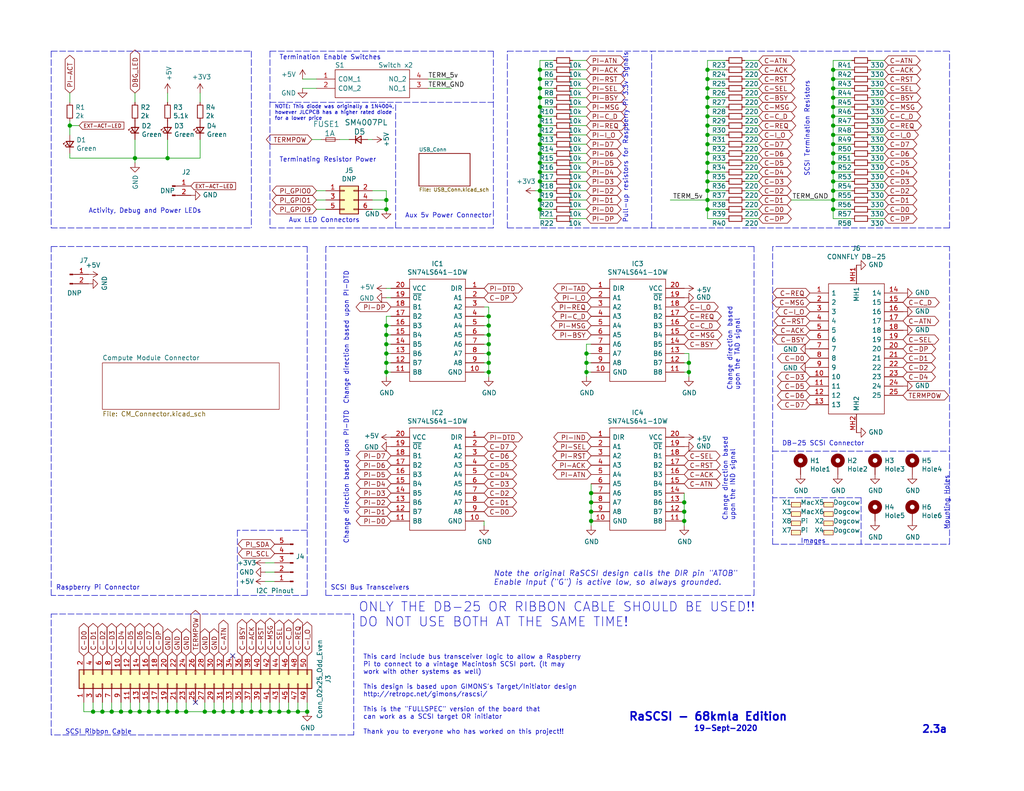
<source format=kicad_sch>
(kicad_sch (version 20210126) (generator eeschema)
  (paper "USLetter")
  (junction (at 19.05 34.29) (diameter 1.016))
  (junction (at 25.4 194.31) (diameter 1.016))
  (junction (at 27.94 194.31) (diameter 1.016))
  (junction (at 30.48 194.31) (diameter 1.016))
  (junction (at 33.02 194.31) (diameter 1.016))
  (junction (at 35.56 194.31) (diameter 1.016))
  (junction (at 36.83 43.18) (diameter 1.016))
  (junction (at 38.1 194.31) (diameter 1.016))
  (junction (at 40.64 194.31) (diameter 1.016))
  (junction (at 43.18 194.31) (diameter 1.016))
  (junction (at 45.72 43.18) (diameter 1.016))
  (junction (at 45.72 194.31) (diameter 1.016))
  (junction (at 48.26 194.31) (diameter 1.016))
  (junction (at 50.8 194.31) (diameter 1.016))
  (junction (at 55.88 194.31) (diameter 1.016))
  (junction (at 58.42 194.31) (diameter 1.016))
  (junction (at 60.96 194.31) (diameter 1.016))
  (junction (at 63.5 194.31) (diameter 1.016))
  (junction (at 66.04 194.31) (diameter 1.016))
  (junction (at 68.58 194.31) (diameter 1.016))
  (junction (at 71.12 194.31) (diameter 1.016))
  (junction (at 73.66 194.31) (diameter 1.016))
  (junction (at 76.2 194.31) (diameter 1.016))
  (junction (at 78.74 194.31) (diameter 1.016))
  (junction (at 81.28 194.31) (diameter 1.016))
  (junction (at 83.82 194.31) (diameter 1.016))
  (junction (at 105.41 54.61) (diameter 1.016))
  (junction (at 105.41 57.15) (diameter 1.016))
  (junction (at 105.41 88.9) (diameter 1.016))
  (junction (at 105.41 91.44) (diameter 1.016))
  (junction (at 105.41 93.98) (diameter 1.016))
  (junction (at 105.41 96.52) (diameter 1.016))
  (junction (at 105.41 99.06) (diameter 1.016))
  (junction (at 105.41 101.6) (diameter 1.016))
  (junction (at 133.35 86.36) (diameter 1.016))
  (junction (at 133.35 88.9) (diameter 1.016))
  (junction (at 133.35 91.44) (diameter 1.016))
  (junction (at 133.35 93.98) (diameter 1.016))
  (junction (at 133.35 96.52) (diameter 1.016))
  (junction (at 133.35 99.06) (diameter 1.016))
  (junction (at 133.35 101.6) (diameter 1.016))
  (junction (at 147.32 19.05) (diameter 1.016))
  (junction (at 147.32 21.59) (diameter 1.016))
  (junction (at 147.32 24.13) (diameter 1.016))
  (junction (at 147.32 26.67) (diameter 1.016))
  (junction (at 147.32 29.21) (diameter 1.016))
  (junction (at 147.32 31.75) (diameter 1.016))
  (junction (at 147.32 34.29) (diameter 1.016))
  (junction (at 147.32 36.83) (diameter 1.016))
  (junction (at 147.32 39.37) (diameter 1.016))
  (junction (at 147.32 41.91) (diameter 1.016))
  (junction (at 147.32 44.45) (diameter 1.016))
  (junction (at 147.32 46.99) (diameter 1.016))
  (junction (at 147.32 49.53) (diameter 1.016))
  (junction (at 147.32 52.07) (diameter 1.016))
  (junction (at 147.32 54.61) (diameter 1.016))
  (junction (at 147.32 57.15) (diameter 1.016))
  (junction (at 160.02 96.52) (diameter 1.016))
  (junction (at 160.02 99.06) (diameter 1.016))
  (junction (at 160.02 101.6) (diameter 1.016))
  (junction (at 161.29 134.62) (diameter 1.016))
  (junction (at 161.29 137.16) (diameter 1.016))
  (junction (at 161.29 139.7) (diameter 1.016))
  (junction (at 161.29 142.24) (diameter 1.016))
  (junction (at 186.69 137.16) (diameter 1.016))
  (junction (at 186.69 139.7) (diameter 1.016))
  (junction (at 186.69 142.24) (diameter 1.016))
  (junction (at 187.96 99.06) (diameter 1.016))
  (junction (at 187.96 101.6) (diameter 1.016))
  (junction (at 193.04 19.05) (diameter 1.016))
  (junction (at 193.04 21.59) (diameter 1.016))
  (junction (at 193.04 24.13) (diameter 1.016))
  (junction (at 193.04 26.67) (diameter 1.016))
  (junction (at 193.04 29.21) (diameter 1.016))
  (junction (at 193.04 31.75) (diameter 1.016))
  (junction (at 193.04 34.29) (diameter 1.016))
  (junction (at 193.04 36.83) (diameter 1.016))
  (junction (at 193.04 39.37) (diameter 1.016))
  (junction (at 193.04 41.91) (diameter 1.016))
  (junction (at 193.04 44.45) (diameter 1.016))
  (junction (at 193.04 46.99) (diameter 1.016))
  (junction (at 193.04 49.53) (diameter 1.016))
  (junction (at 193.04 52.07) (diameter 1.016))
  (junction (at 193.04 54.61) (diameter 1.016))
  (junction (at 193.04 57.15) (diameter 1.016))
  (junction (at 227.33 19.05) (diameter 1.016))
  (junction (at 227.33 21.59) (diameter 1.016))
  (junction (at 227.33 24.13) (diameter 1.016))
  (junction (at 227.33 26.67) (diameter 1.016))
  (junction (at 227.33 29.21) (diameter 1.016))
  (junction (at 227.33 31.75) (diameter 1.016))
  (junction (at 227.33 34.29) (diameter 1.016))
  (junction (at 227.33 36.83) (diameter 1.016))
  (junction (at 227.33 39.37) (diameter 1.016))
  (junction (at 227.33 41.91) (diameter 1.016))
  (junction (at 227.33 44.45) (diameter 1.016))
  (junction (at 227.33 46.99) (diameter 1.016))
  (junction (at 227.33 49.53) (diameter 1.016))
  (junction (at 227.33 52.07) (diameter 1.016))
  (junction (at 227.33 54.61) (diameter 1.016))
  (junction (at 227.33 57.15) (diameter 1.016))
  (no_connect (at 53.34 191.77))
  (no_connect (at 63.5 179.07))
  (wire (pts (xy 19.05 25.4) (xy 19.05 27.94)))
  (wire (pts (xy 19.05 33.02) (xy 19.05 34.29)))
  (wire (pts (xy 19.05 34.29) (xy 19.05 36.83)))
  (wire (pts (xy 19.05 43.18) (xy 19.05 41.91)))
  (wire (pts (xy 19.05 43.18) (xy 36.83 43.18)))
  (wire (pts (xy 21.59 34.29) (xy 19.05 34.29)))
  (wire (pts (xy 22.86 194.31) (xy 22.86 191.77)))
  (wire (pts (xy 22.86 194.31) (xy 25.4 194.31)))
  (wire (pts (xy 25.4 194.31) (xy 25.4 191.77)))
  (wire (pts (xy 25.4 194.31) (xy 27.94 194.31)))
  (wire (pts (xy 27.94 194.31) (xy 27.94 191.77)))
  (wire (pts (xy 27.94 194.31) (xy 30.48 194.31)))
  (wire (pts (xy 30.48 194.31) (xy 30.48 191.77)))
  (wire (pts (xy 30.48 194.31) (xy 33.02 194.31)))
  (wire (pts (xy 33.02 194.31) (xy 33.02 191.77)))
  (wire (pts (xy 33.02 194.31) (xy 35.56 194.31)))
  (wire (pts (xy 35.56 194.31) (xy 35.56 191.77)))
  (wire (pts (xy 35.56 194.31) (xy 38.1 194.31)))
  (wire (pts (xy 36.83 27.94) (xy 36.83 25.4)))
  (wire (pts (xy 36.83 38.1) (xy 36.83 43.18)))
  (wire (pts (xy 36.83 43.18) (xy 45.72 43.18)))
  (wire (pts (xy 36.83 44.45) (xy 36.83 43.18)))
  (wire (pts (xy 38.1 194.31) (xy 38.1 191.77)))
  (wire (pts (xy 38.1 194.31) (xy 40.64 194.31)))
  (wire (pts (xy 40.64 194.31) (xy 40.64 191.77)))
  (wire (pts (xy 40.64 194.31) (xy 43.18 194.31)))
  (wire (pts (xy 43.18 194.31) (xy 43.18 191.77)))
  (wire (pts (xy 43.18 194.31) (xy 45.72 194.31)))
  (wire (pts (xy 45.72 27.94) (xy 45.72 25.4)))
  (wire (pts (xy 45.72 38.1) (xy 45.72 43.18)))
  (wire (pts (xy 45.72 43.18) (xy 54.61 43.18)))
  (wire (pts (xy 45.72 194.31) (xy 45.72 191.77)))
  (wire (pts (xy 45.72 194.31) (xy 48.26 194.31)))
  (wire (pts (xy 48.26 194.31) (xy 48.26 191.77)))
  (wire (pts (xy 48.26 194.31) (xy 50.8 194.31)))
  (wire (pts (xy 50.8 194.31) (xy 50.8 191.77)))
  (wire (pts (xy 50.8 194.31) (xy 55.88 194.31)))
  (wire (pts (xy 54.61 27.94) (xy 54.61 25.4)))
  (wire (pts (xy 54.61 43.18) (xy 54.61 38.1)))
  (wire (pts (xy 55.88 194.31) (xy 55.88 191.77)))
  (wire (pts (xy 55.88 194.31) (xy 58.42 194.31)))
  (wire (pts (xy 58.42 194.31) (xy 58.42 191.77)))
  (wire (pts (xy 58.42 194.31) (xy 60.96 194.31)))
  (wire (pts (xy 60.96 194.31) (xy 60.96 191.77)))
  (wire (pts (xy 60.96 194.31) (xy 63.5 194.31)))
  (wire (pts (xy 63.5 194.31) (xy 63.5 191.77)))
  (wire (pts (xy 63.5 194.31) (xy 66.04 194.31)))
  (wire (pts (xy 66.04 194.31) (xy 66.04 191.77)))
  (wire (pts (xy 66.04 194.31) (xy 68.58 194.31)))
  (wire (pts (xy 68.58 194.31) (xy 68.58 191.77)))
  (wire (pts (xy 68.58 194.31) (xy 71.12 194.31)))
  (wire (pts (xy 71.12 194.31) (xy 71.12 191.77)))
  (wire (pts (xy 71.12 194.31) (xy 73.66 194.31)))
  (wire (pts (xy 72.39 153.67) (xy 74.93 153.67)))
  (wire (pts (xy 72.39 158.75) (xy 74.93 158.75)))
  (wire (pts (xy 73.66 194.31) (xy 73.66 191.77)))
  (wire (pts (xy 73.66 194.31) (xy 76.2 194.31)))
  (wire (pts (xy 74.93 156.21) (xy 72.39 156.21)))
  (wire (pts (xy 76.2 194.31) (xy 76.2 191.77)))
  (wire (pts (xy 76.2 194.31) (xy 78.74 194.31)))
  (wire (pts (xy 78.74 194.31) (xy 78.74 191.77)))
  (wire (pts (xy 78.74 194.31) (xy 81.28 194.31)))
  (wire (pts (xy 81.28 194.31) (xy 81.28 191.77)))
  (wire (pts (xy 81.28 194.31) (xy 83.82 194.31)))
  (wire (pts (xy 83.82 194.31) (xy 83.82 191.77)))
  (wire (pts (xy 86.36 21.59) (xy 82.55 21.59)))
  (wire (pts (xy 86.36 24.13) (xy 82.55 24.13)))
  (wire (pts (xy 86.36 52.07) (xy 88.9 52.07)))
  (wire (pts (xy 86.36 54.61) (xy 88.9 54.61)))
  (wire (pts (xy 86.36 57.15) (xy 88.9 57.15)))
  (wire (pts (xy 87.63 38.1) (xy 85.09 38.1)))
  (wire (pts (xy 95.25 38.1) (xy 92.71 38.1)))
  (wire (pts (xy 101.6 38.1) (xy 100.33 38.1)))
  (wire (pts (xy 101.6 54.61) (xy 105.41 54.61)))
  (wire (pts (xy 101.6 57.15) (xy 105.41 57.15)))
  (wire (pts (xy 105.41 52.07) (xy 101.6 52.07)))
  (wire (pts (xy 105.41 54.61) (xy 105.41 52.07)))
  (wire (pts (xy 105.41 57.15) (xy 105.41 54.61)))
  (wire (pts (xy 105.41 78.74) (xy 106.68 78.74)))
  (wire (pts (xy 105.41 81.28) (xy 106.68 81.28)))
  (wire (pts (xy 105.41 86.36) (xy 106.68 86.36)))
  (wire (pts (xy 105.41 88.9) (xy 105.41 86.36)))
  (wire (pts (xy 105.41 91.44) (xy 105.41 88.9)))
  (wire (pts (xy 105.41 93.98) (xy 105.41 91.44)))
  (wire (pts (xy 105.41 96.52) (xy 105.41 93.98)))
  (wire (pts (xy 105.41 99.06) (xy 105.41 96.52)))
  (wire (pts (xy 105.41 101.6) (xy 105.41 99.06)))
  (wire (pts (xy 105.41 101.6) (xy 105.41 102.87)))
  (wire (pts (xy 106.68 88.9) (xy 105.41 88.9)))
  (wire (pts (xy 106.68 91.44) (xy 105.41 91.44)))
  (wire (pts (xy 106.68 93.98) (xy 105.41 93.98)))
  (wire (pts (xy 106.68 96.52) (xy 105.41 96.52)))
  (wire (pts (xy 106.68 99.06) (xy 105.41 99.06)))
  (wire (pts (xy 106.68 101.6) (xy 105.41 101.6)))
  (wire (pts (xy 116.84 21.59) (xy 123.19 21.59)))
  (wire (pts (xy 116.84 24.13) (xy 123.19 24.13)))
  (wire (pts (xy 132.08 83.82) (xy 133.35 83.82)))
  (wire (pts (xy 132.08 86.36) (xy 133.35 86.36)))
  (wire (pts (xy 132.08 88.9) (xy 133.35 88.9)))
  (wire (pts (xy 132.08 91.44) (xy 133.35 91.44)))
  (wire (pts (xy 132.08 93.98) (xy 133.35 93.98)))
  (wire (pts (xy 132.08 96.52) (xy 133.35 96.52)))
  (wire (pts (xy 132.08 99.06) (xy 133.35 99.06)))
  (wire (pts (xy 132.08 143.51) (xy 132.08 142.24)))
  (wire (pts (xy 133.35 86.36) (xy 133.35 83.82)))
  (wire (pts (xy 133.35 88.9) (xy 133.35 86.36)))
  (wire (pts (xy 133.35 91.44) (xy 133.35 88.9)))
  (wire (pts (xy 133.35 93.98) (xy 133.35 91.44)))
  (wire (pts (xy 133.35 96.52) (xy 133.35 93.98)))
  (wire (pts (xy 133.35 99.06) (xy 133.35 96.52)))
  (wire (pts (xy 133.35 99.06) (xy 133.35 101.6)))
  (wire (pts (xy 133.35 101.6) (xy 132.08 101.6)))
  (wire (pts (xy 133.35 101.6) (xy 133.35 102.87)))
  (wire (pts (xy 146.05 52.07) (xy 147.32 52.07)))
  (wire (pts (xy 147.32 16.51) (xy 147.32 19.05)))
  (wire (pts (xy 147.32 16.51) (xy 151.13 16.51)))
  (wire (pts (xy 147.32 19.05) (xy 147.32 21.59)))
  (wire (pts (xy 147.32 19.05) (xy 151.13 19.05)))
  (wire (pts (xy 147.32 21.59) (xy 147.32 24.13)))
  (wire (pts (xy 147.32 21.59) (xy 151.13 21.59)))
  (wire (pts (xy 147.32 24.13) (xy 147.32 26.67)))
  (wire (pts (xy 147.32 24.13) (xy 151.13 24.13)))
  (wire (pts (xy 147.32 26.67) (xy 147.32 29.21)))
  (wire (pts (xy 147.32 26.67) (xy 151.13 26.67)))
  (wire (pts (xy 147.32 29.21) (xy 147.32 31.75)))
  (wire (pts (xy 147.32 29.21) (xy 151.13 29.21)))
  (wire (pts (xy 147.32 31.75) (xy 147.32 34.29)))
  (wire (pts (xy 147.32 31.75) (xy 151.13 31.75)))
  (wire (pts (xy 147.32 34.29) (xy 147.32 36.83)))
  (wire (pts (xy 147.32 34.29) (xy 151.13 34.29)))
  (wire (pts (xy 147.32 36.83) (xy 147.32 39.37)))
  (wire (pts (xy 147.32 36.83) (xy 151.13 36.83)))
  (wire (pts (xy 147.32 39.37) (xy 147.32 41.91)))
  (wire (pts (xy 147.32 39.37) (xy 151.13 39.37)))
  (wire (pts (xy 147.32 41.91) (xy 147.32 44.45)))
  (wire (pts (xy 147.32 41.91) (xy 151.13 41.91)))
  (wire (pts (xy 147.32 44.45) (xy 147.32 46.99)))
  (wire (pts (xy 147.32 44.45) (xy 151.13 44.45)))
  (wire (pts (xy 147.32 46.99) (xy 147.32 49.53)))
  (wire (pts (xy 147.32 46.99) (xy 151.13 46.99)))
  (wire (pts (xy 147.32 49.53) (xy 147.32 52.07)))
  (wire (pts (xy 147.32 49.53) (xy 151.13 49.53)))
  (wire (pts (xy 147.32 52.07) (xy 147.32 54.61)))
  (wire (pts (xy 147.32 52.07) (xy 151.13 52.07)))
  (wire (pts (xy 147.32 54.61) (xy 147.32 57.15)))
  (wire (pts (xy 147.32 54.61) (xy 151.13 54.61)))
  (wire (pts (xy 147.32 57.15) (xy 147.32 59.69)))
  (wire (pts (xy 147.32 57.15) (xy 151.13 57.15)))
  (wire (pts (xy 147.32 59.69) (xy 151.13 59.69)))
  (wire (pts (xy 156.21 16.51) (xy 160.02 16.51)))
  (wire (pts (xy 156.21 19.05) (xy 160.02 19.05)))
  (wire (pts (xy 156.21 21.59) (xy 160.02 21.59)))
  (wire (pts (xy 156.21 24.13) (xy 160.02 24.13)))
  (wire (pts (xy 156.21 26.67) (xy 160.02 26.67)))
  (wire (pts (xy 156.21 29.21) (xy 160.02 29.21)))
  (wire (pts (xy 156.21 31.75) (xy 160.02 31.75)))
  (wire (pts (xy 156.21 34.29) (xy 160.02 34.29)))
  (wire (pts (xy 156.21 36.83) (xy 160.02 36.83)))
  (wire (pts (xy 156.21 39.37) (xy 160.02 39.37)))
  (wire (pts (xy 156.21 41.91) (xy 160.02 41.91)))
  (wire (pts (xy 156.21 44.45) (xy 160.02 44.45)))
  (wire (pts (xy 156.21 46.99) (xy 160.02 46.99)))
  (wire (pts (xy 156.21 49.53) (xy 160.02 49.53)))
  (wire (pts (xy 156.21 52.07) (xy 160.02 52.07)))
  (wire (pts (xy 156.21 54.61) (xy 160.02 54.61)))
  (wire (pts (xy 156.21 57.15) (xy 160.02 57.15)))
  (wire (pts (xy 156.21 59.69) (xy 160.02 59.69)))
  (wire (pts (xy 160.02 93.98) (xy 160.02 96.52)))
  (wire (pts (xy 160.02 96.52) (xy 160.02 99.06)))
  (wire (pts (xy 160.02 99.06) (xy 160.02 101.6)))
  (wire (pts (xy 160.02 101.6) (xy 160.02 102.87)))
  (wire (pts (xy 161.29 93.98) (xy 160.02 93.98)))
  (wire (pts (xy 161.29 96.52) (xy 160.02 96.52)))
  (wire (pts (xy 161.29 99.06) (xy 160.02 99.06)))
  (wire (pts (xy 161.29 101.6) (xy 160.02 101.6)))
  (wire (pts (xy 161.29 134.62) (xy 161.29 132.08)))
  (wire (pts (xy 161.29 137.16) (xy 161.29 134.62)))
  (wire (pts (xy 161.29 139.7) (xy 161.29 137.16)))
  (wire (pts (xy 161.29 142.24) (xy 161.29 139.7)))
  (wire (pts (xy 161.29 143.51) (xy 161.29 142.24)))
  (wire (pts (xy 182.88 54.61) (xy 193.04 54.61)))
  (wire (pts (xy 186.69 99.06) (xy 187.96 99.06)))
  (wire (pts (xy 186.69 101.6) (xy 187.96 101.6)))
  (wire (pts (xy 186.69 137.16) (xy 186.69 134.62)))
  (wire (pts (xy 186.69 139.7) (xy 186.69 137.16)))
  (wire (pts (xy 186.69 142.24) (xy 186.69 139.7)))
  (wire (pts (xy 186.69 143.51) (xy 186.69 142.24)))
  (wire (pts (xy 187.96 96.52) (xy 186.69 96.52)))
  (wire (pts (xy 187.96 99.06) (xy 187.96 96.52)))
  (wire (pts (xy 187.96 101.6) (xy 187.96 99.06)))
  (wire (pts (xy 187.96 102.87) (xy 187.96 101.6)))
  (wire (pts (xy 193.04 16.51) (xy 193.04 19.05)))
  (wire (pts (xy 193.04 16.51) (xy 198.12 16.51)))
  (wire (pts (xy 193.04 19.05) (xy 193.04 21.59)))
  (wire (pts (xy 193.04 19.05) (xy 198.12 19.05)))
  (wire (pts (xy 193.04 21.59) (xy 193.04 24.13)))
  (wire (pts (xy 193.04 21.59) (xy 198.12 21.59)))
  (wire (pts (xy 193.04 24.13) (xy 193.04 26.67)))
  (wire (pts (xy 193.04 24.13) (xy 198.12 24.13)))
  (wire (pts (xy 193.04 26.67) (xy 193.04 29.21)))
  (wire (pts (xy 193.04 26.67) (xy 198.12 26.67)))
  (wire (pts (xy 193.04 29.21) (xy 193.04 31.75)))
  (wire (pts (xy 193.04 29.21) (xy 198.12 29.21)))
  (wire (pts (xy 193.04 31.75) (xy 193.04 34.29)))
  (wire (pts (xy 193.04 31.75) (xy 198.12 31.75)))
  (wire (pts (xy 193.04 34.29) (xy 193.04 36.83)))
  (wire (pts (xy 193.04 34.29) (xy 198.12 34.29)))
  (wire (pts (xy 193.04 36.83) (xy 193.04 39.37)))
  (wire (pts (xy 193.04 36.83) (xy 198.12 36.83)))
  (wire (pts (xy 193.04 39.37) (xy 193.04 41.91)))
  (wire (pts (xy 193.04 39.37) (xy 198.12 39.37)))
  (wire (pts (xy 193.04 41.91) (xy 193.04 44.45)))
  (wire (pts (xy 193.04 41.91) (xy 198.12 41.91)))
  (wire (pts (xy 193.04 44.45) (xy 193.04 46.99)))
  (wire (pts (xy 193.04 44.45) (xy 198.12 44.45)))
  (wire (pts (xy 193.04 46.99) (xy 193.04 49.53)))
  (wire (pts (xy 193.04 46.99) (xy 198.12 46.99)))
  (wire (pts (xy 193.04 49.53) (xy 193.04 52.07)))
  (wire (pts (xy 193.04 49.53) (xy 198.12 49.53)))
  (wire (pts (xy 193.04 52.07) (xy 193.04 54.61)))
  (wire (pts (xy 193.04 52.07) (xy 198.12 52.07)))
  (wire (pts (xy 193.04 54.61) (xy 198.12 54.61)))
  (wire (pts (xy 193.04 57.15) (xy 193.04 54.61)))
  (wire (pts (xy 193.04 57.15) (xy 198.12 57.15)))
  (wire (pts (xy 193.04 59.69) (xy 193.04 57.15)))
  (wire (pts (xy 193.04 59.69) (xy 198.12 59.69)))
  (wire (pts (xy 207.01 16.51) (xy 203.2 16.51)))
  (wire (pts (xy 207.01 19.05) (xy 203.2 19.05)))
  (wire (pts (xy 207.01 21.59) (xy 203.2 21.59)))
  (wire (pts (xy 207.01 24.13) (xy 203.2 24.13)))
  (wire (pts (xy 207.01 26.67) (xy 203.2 26.67)))
  (wire (pts (xy 207.01 29.21) (xy 203.2 29.21)))
  (wire (pts (xy 207.01 31.75) (xy 203.2 31.75)))
  (wire (pts (xy 207.01 34.29) (xy 203.2 34.29)))
  (wire (pts (xy 207.01 36.83) (xy 203.2 36.83)))
  (wire (pts (xy 207.01 39.37) (xy 203.2 39.37)))
  (wire (pts (xy 207.01 41.91) (xy 203.2 41.91)))
  (wire (pts (xy 207.01 44.45) (xy 203.2 44.45)))
  (wire (pts (xy 207.01 46.99) (xy 203.2 46.99)))
  (wire (pts (xy 207.01 49.53) (xy 203.2 49.53)))
  (wire (pts (xy 207.01 52.07) (xy 203.2 52.07)))
  (wire (pts (xy 207.01 54.61) (xy 203.2 54.61)))
  (wire (pts (xy 207.01 57.15) (xy 203.2 57.15)))
  (wire (pts (xy 207.01 59.69) (xy 203.2 59.69)))
  (wire (pts (xy 227.33 16.51) (xy 227.33 19.05)))
  (wire (pts (xy 227.33 16.51) (xy 232.41 16.51)))
  (wire (pts (xy 227.33 19.05) (xy 227.33 21.59)))
  (wire (pts (xy 227.33 19.05) (xy 232.41 19.05)))
  (wire (pts (xy 227.33 21.59) (xy 227.33 24.13)))
  (wire (pts (xy 227.33 21.59) (xy 232.41 21.59)))
  (wire (pts (xy 227.33 24.13) (xy 227.33 26.67)))
  (wire (pts (xy 227.33 24.13) (xy 232.41 24.13)))
  (wire (pts (xy 227.33 26.67) (xy 227.33 29.21)))
  (wire (pts (xy 227.33 26.67) (xy 232.41 26.67)))
  (wire (pts (xy 227.33 29.21) (xy 227.33 31.75)))
  (wire (pts (xy 227.33 29.21) (xy 232.41 29.21)))
  (wire (pts (xy 227.33 31.75) (xy 227.33 34.29)))
  (wire (pts (xy 227.33 31.75) (xy 232.41 31.75)))
  (wire (pts (xy 227.33 34.29) (xy 227.33 36.83)))
  (wire (pts (xy 227.33 34.29) (xy 232.41 34.29)))
  (wire (pts (xy 227.33 36.83) (xy 227.33 39.37)))
  (wire (pts (xy 227.33 36.83) (xy 232.41 36.83)))
  (wire (pts (xy 227.33 39.37) (xy 227.33 41.91)))
  (wire (pts (xy 227.33 39.37) (xy 232.41 39.37)))
  (wire (pts (xy 227.33 41.91) (xy 227.33 44.45)))
  (wire (pts (xy 227.33 41.91) (xy 232.41 41.91)))
  (wire (pts (xy 227.33 44.45) (xy 227.33 46.99)))
  (wire (pts (xy 227.33 44.45) (xy 232.41 44.45)))
  (wire (pts (xy 227.33 46.99) (xy 227.33 49.53)))
  (wire (pts (xy 227.33 46.99) (xy 232.41 46.99)))
  (wire (pts (xy 227.33 49.53) (xy 227.33 52.07)))
  (wire (pts (xy 227.33 49.53) (xy 232.41 49.53)))
  (wire (pts (xy 227.33 52.07) (xy 227.33 54.61)))
  (wire (pts (xy 227.33 52.07) (xy 232.41 52.07)))
  (wire (pts (xy 227.33 54.61) (xy 215.9 54.61)))
  (wire (pts (xy 227.33 54.61) (xy 232.41 54.61)))
  (wire (pts (xy 227.33 57.15) (xy 227.33 54.61)))
  (wire (pts (xy 227.33 57.15) (xy 232.41 57.15)))
  (wire (pts (xy 227.33 59.69) (xy 227.33 57.15)))
  (wire (pts (xy 227.33 59.69) (xy 232.41 59.69)))
  (wire (pts (xy 241.3 16.51) (xy 237.49 16.51)))
  (wire (pts (xy 241.3 19.05) (xy 237.49 19.05)))
  (wire (pts (xy 241.3 21.59) (xy 237.49 21.59)))
  (wire (pts (xy 241.3 24.13) (xy 237.49 24.13)))
  (wire (pts (xy 241.3 26.67) (xy 237.49 26.67)))
  (wire (pts (xy 241.3 29.21) (xy 237.49 29.21)))
  (wire (pts (xy 241.3 31.75) (xy 237.49 31.75)))
  (wire (pts (xy 241.3 34.29) (xy 237.49 34.29)))
  (wire (pts (xy 241.3 36.83) (xy 237.49 36.83)))
  (wire (pts (xy 241.3 39.37) (xy 237.49 39.37)))
  (wire (pts (xy 241.3 41.91) (xy 237.49 41.91)))
  (wire (pts (xy 241.3 44.45) (xy 237.49 44.45)))
  (wire (pts (xy 241.3 46.99) (xy 237.49 46.99)))
  (wire (pts (xy 241.3 49.53) (xy 237.49 49.53)))
  (wire (pts (xy 241.3 52.07) (xy 237.49 52.07)))
  (wire (pts (xy 241.3 54.61) (xy 237.49 54.61)))
  (wire (pts (xy 241.3 57.15) (xy 237.49 57.15)))
  (wire (pts (xy 241.3 59.69) (xy 237.49 59.69)))
  (polyline (pts (xy 13.97 13.97) (xy 13.97 62.23)) (stroke (width 0) (type dash)))
  (polyline (pts (xy 13.97 13.97) (xy 68.58 13.97)) (stroke (width 0) (type dash)))
  (polyline (pts (xy 13.97 62.23) (xy 68.58 62.23)) (stroke (width 0) (type dash)))
  (polyline (pts (xy 13.97 67.31) (xy 83.82 67.31)) (stroke (width 0) (type dash)))
  (polyline (pts (xy 13.97 162.56) (xy 13.97 67.31)) (stroke (width 0) (type dash)))
  (polyline (pts (xy 13.97 167.64) (xy 96.52 167.64)) (stroke (width 0) (type dash)))
  (polyline (pts (xy 13.97 200.66) (xy 13.97 167.64)) (stroke (width 0) (type dash)))
  (polyline (pts (xy 64.77 144.78) (xy 64.77 162.56)) (stroke (width 0) (type dash)))
  (polyline (pts (xy 68.58 13.97) (xy 68.58 62.23)) (stroke (width 0) (type dash)))
  (polyline (pts (xy 73.66 13.97) (xy 73.66 62.23)) (stroke (width 0) (type dash)))
  (polyline (pts (xy 73.66 13.97) (xy 134.62 13.97)) (stroke (width 0) (type dash)))
  (polyline (pts (xy 73.66 27.94) (xy 134.62 27.94)) (stroke (width 0) (type dash)))
  (polyline (pts (xy 73.66 62.23) (xy 134.62 62.23)) (stroke (width 0) (type dash)))
  (polyline (pts (xy 83.82 67.31) (xy 83.82 162.56)) (stroke (width 0) (type dash)))
  (polyline (pts (xy 83.82 144.78) (xy 64.77 144.78)) (stroke (width 0) (type dash)))
  (polyline (pts (xy 83.82 162.56) (xy 13.97 162.56)) (stroke (width 0) (type dash)))
  (polyline (pts (xy 88.9 67.31) (xy 88.9 162.56)) (stroke (width 0) (type dash)))
  (polyline (pts (xy 88.9 162.56) (xy 205.74 162.56)) (stroke (width 0) (type dash)))
  (polyline (pts (xy 96.52 167.64) (xy 96.52 200.66)) (stroke (width 0) (type dash)))
  (polyline (pts (xy 96.52 200.66) (xy 13.97 200.66)) (stroke (width 0) (type dash)))
  (polyline (pts (xy 107.95 62.23) (xy 107.95 27.94)) (stroke (width 0) (type dash)))
  (polyline (pts (xy 134.62 13.97) (xy 134.62 62.23)) (stroke (width 0) (type dash)))
  (polyline (pts (xy 138.43 13.97) (xy 259.08 13.97)) (stroke (width 0) (type dash)))
  (polyline (pts (xy 138.43 62.23) (xy 138.43 13.97)) (stroke (width 0) (type dash)))
  (polyline (pts (xy 177.8 62.23) (xy 177.8 13.97)) (stroke (width 0) (type dash)))
  (polyline (pts (xy 205.74 67.31) (xy 88.9 67.31)) (stroke (width 0) (type dash)))
  (polyline (pts (xy 205.74 162.56) (xy 205.74 67.31)) (stroke (width 0) (type dash)))
  (polyline (pts (xy 210.82 123.19) (xy 259.08 123.19)) (stroke (width 0) (type dash)))
  (polyline (pts (xy 210.82 148.59) (xy 210.82 67.31)) (stroke (width 0) (type dash)))
  (polyline (pts (xy 210.82 148.59) (xy 259.08 148.59)) (stroke (width 0) (type dash)))
  (polyline (pts (xy 234.95 135.89) (xy 210.82 135.89)) (stroke (width 0) (type dash)))
  (polyline (pts (xy 234.95 135.89) (xy 234.95 148.59)) (stroke (width 0) (type dash)))
  (polyline (pts (xy 259.08 62.23) (xy 138.43 62.23)) (stroke (width 0) (type dash)))
  (polyline (pts (xy 259.08 62.23) (xy 259.08 13.97)) (stroke (width 0) (type dash)))
  (polyline (pts (xy 259.08 67.31) (xy 210.82 67.31)) (stroke (width 0) (type dash)))
  (polyline (pts (xy 259.08 148.59) (xy 259.08 67.31)) (stroke (width 0) (type dash)))
  (text "Raspberry Pi Connector" (at 15.24 161.29 0) (effects (font (size 1.27 1.27)) (justify left bottom)))
  (text "SCSI Ribbon Cable" (at 17.78 200.66 0) (effects (font (size 1.27 1.27)) (justify left bottom)))
  (text "Activity, Debug and Power LEDs" (at 24.13 58.42 0) (effects (font (size 1.27 1.27)) (justify left bottom)))
  (text "NOTE: This diode was originally a 1N4004, \nhowever JLCPCB has a higher rated diode \nfor a lower price" (at 74.93 33.02 0) (effects (font (size 0.9906 0.9906)) (justify left bottom)))
  (text "Termination Enable Switches" (at 76.2 16.51 0) (effects (font (size 1.27 1.27)) (justify left bottom)))
  (text "Terminating Resistor Power" (at 76.2 44.45 0) (effects (font (size 1.27 1.27)) (justify left bottom)))
  (text "Aux LED Connectors" (at 78.74 60.96 0) (effects (font (size 1.27 1.27)) (justify left bottom)))
  (text "SCSI Bus Transceivers" (at 90.17 161.29 0) (effects (font (size 1.27 1.27)) (justify left bottom)))
  (text "Change direction based upon PI-DTD" (at 95.25 110.49 90) (effects (font (size 1.27 1.27)) (justify left bottom)))
  (text "Change direction based upon PI-DTD" (at 95.25 148.59 90) (effects (font (size 1.27 1.27)) (justify left bottom)))
  (text "ONLY THE DB-25 OR RIBBON CABLE SHOULD BE USED!!\nDO NOT USE BOTH AT THE SAME TIME!" (at 97.79 171.45 0) (effects (font (size 2.54 2.54)) (justify left bottom)))
  (text "This card include bus transceiver logic to allow a Raspberry \nPi to connect to a vintage Macintosh SCSI port. (It may \nwork with other systems as well)\n\nThis design is based upon GIMONS's Target/Initiator design\nhttp://retropc.net/gimons/rascsi/\n\nThis is the \"FULLSPEC\" version of the board that \ncan work as a SCSI target OR initiator\n\nThank you to everyone who has worked on this project!!" (at 99.06 200.66 0) (effects (font (size 1.27 1.27)) (justify left bottom)))
  (text "Aux 5v Power Connector" (at 110.49 59.69 0) (effects (font (size 1.27 1.27)) (justify left bottom)))
  (text "Note the original RaSCSI design calls the DIR pin \"ATOB\"\nEnable Input (\"G\") is active low, so always grounded." (at 134.62 160.02 0) (effects (font (size 1.4986 1.4986) italic) (justify left bottom)))
  (text "Pull-up resistors for Raspberry Pi 3.3v Signals" (at 171.45 60.96 90) (effects (font (size 1.27 1.27)) (justify left bottom)))
  (text "RaSCSI - 68kmla Edition" (at 171.45 197.104 0) (effects (font (size 2.2098 2.2098) (thickness 0.442) bold) (justify left bottom)))
  (text "19-Sept-2020" (at 189.23 199.898 0) (effects (font (size 1.4986 1.4986) (thickness 0.2997) bold) (justify left bottom)))
  (text "Change direction based \nupon the IND signal" (at 200.66 142.24 90) (effects (font (size 1.27 1.27)) (justify left bottom)))
  (text "Change direction based \nupon the TAD signal" (at 201.93 106.68 90) (effects (font (size 1.27 1.27)) (justify left bottom)))
  (text "DB-25 SCSI Connector" (at 213.36 121.92 0) (effects (font (size 1.27 1.27)) (justify left bottom)))
  (text "Images" (at 218.44 148.59 0) (effects (font (size 1.27 1.27)) (justify left bottom)))
  (text "SCSI Termination Resistors" (at 220.98 48.26 90) (effects (font (size 1.27 1.27)) (justify left bottom)))
  (text "2.3a" (at 251.46 200.406 0) (effects (font (size 2.0066 2.0066) (thickness 0.4013) bold) (justify left bottom)))
  (text "Mounting Holes" (at 259.08 144.78 90) (effects (font (size 1.27 1.27)) (justify left bottom)))
  (label "TERM_5v" (at 116.84 21.59 0))
  (label "TERM_GND" (at 116.84 24.13 0))
  (label "TERM_5v" (at 191.77 54.61 180))
  (label "TERM_GND" (at 226.06 54.61 180))
  (global_label "PI-ACT" (shape bidirectional) (at 19.05 25.4 90) (property "Intersheet References" "${INTERSHEET_REFS}" (effects hide)))
  (global_label "EXT-ACT-LED" (shape input) (at 21.59 34.29 0) (effects (font (size 0.9906 0.9906))) (property "Intersheet References" "${INTERSHEET_REFS}" (effects hide)))
  (global_label "C-D0" (shape bidirectional) (at 22.86 179.07 90) (property "Intersheet References" "${INTERSHEET_REFS}" (effects hide)))
  (global_label "C-D1" (shape bidirectional) (at 25.4 179.07 90) (property "Intersheet References" "${INTERSHEET_REFS}" (effects hide)))
  (global_label "C-D2" (shape bidirectional) (at 27.94 179.07 90) (property "Intersheet References" "${INTERSHEET_REFS}" (effects hide)))
  (global_label "C-D3" (shape bidirectional) (at 30.48 179.07 90) (property "Intersheet References" "${INTERSHEET_REFS}" (effects hide)))
  (global_label "C-D4" (shape bidirectional) (at 33.02 179.07 90) (property "Intersheet References" "${INTERSHEET_REFS}" (effects hide)))
  (global_label "C-D5" (shape bidirectional) (at 35.56 179.07 90) (property "Intersheet References" "${INTERSHEET_REFS}" (effects hide)))
  (global_label "DBG_LED" (shape bidirectional) (at 36.83 25.4 90) (property "Intersheet References" "${INTERSHEET_REFS}" (effects hide)))
  (global_label "C-D6" (shape bidirectional) (at 38.1 179.07 90) (property "Intersheet References" "${INTERSHEET_REFS}" (effects hide)))
  (global_label "C-D7" (shape bidirectional) (at 40.64 179.07 90) (property "Intersheet References" "${INTERSHEET_REFS}" (effects hide)))
  (global_label "C-DP" (shape bidirectional) (at 43.18 179.07 90) (property "Intersheet References" "${INTERSHEET_REFS}" (effects hide)))
  (global_label "GND" (shape bidirectional) (at 45.72 179.07 90) (property "Intersheet References" "${INTERSHEET_REFS}" (effects hide)))
  (global_label "GND" (shape bidirectional) (at 48.26 179.07 90) (property "Intersheet References" "${INTERSHEET_REFS}" (effects hide)))
  (global_label "GND" (shape bidirectional) (at 50.8 179.07 90) (property "Intersheet References" "${INTERSHEET_REFS}" (effects hide)))
  (global_label "EXT-ACT-LED" (shape input) (at 52.07 50.8 0) (effects (font (size 0.9906 0.9906))) (property "Intersheet References" "${INTERSHEET_REFS}" (effects hide)))
  (global_label "TERMPOW" (shape bidirectional) (at 53.34 179.07 90) (property "Intersheet References" "${INTERSHEET_REFS}" (effects hide)))
  (global_label "GND" (shape bidirectional) (at 55.88 179.07 90) (property "Intersheet References" "${INTERSHEET_REFS}" (effects hide)))
  (global_label "GND" (shape bidirectional) (at 58.42 179.07 90) (property "Intersheet References" "${INTERSHEET_REFS}" (effects hide)))
  (global_label "C-ATN" (shape bidirectional) (at 60.96 179.07 90) (property "Intersheet References" "${INTERSHEET_REFS}" (effects hide)))
  (global_label "C-BSY" (shape bidirectional) (at 66.04 179.07 90) (property "Intersheet References" "${INTERSHEET_REFS}" (effects hide)))
  (global_label "C-ACK" (shape bidirectional) (at 68.58 179.07 90) (property "Intersheet References" "${INTERSHEET_REFS}" (effects hide)))
  (global_label "C-RST" (shape bidirectional) (at 71.12 179.07 90) (property "Intersheet References" "${INTERSHEET_REFS}" (effects hide)))
  (global_label "C-MSG" (shape bidirectional) (at 73.66 179.07 90) (property "Intersheet References" "${INTERSHEET_REFS}" (effects hide)))
  (global_label "PI_SDA" (shape bidirectional) (at 74.93 148.59 180) (property "Intersheet References" "${INTERSHEET_REFS}" (effects hide)))
  (global_label "PI_SCL" (shape bidirectional) (at 74.93 151.13 180) (property "Intersheet References" "${INTERSHEET_REFS}" (effects hide)))
  (global_label "C-SEL" (shape bidirectional) (at 76.2 179.07 90) (property "Intersheet References" "${INTERSHEET_REFS}" (effects hide)))
  (global_label "C-C_D" (shape bidirectional) (at 78.74 179.07 90) (property "Intersheet References" "${INTERSHEET_REFS}" (effects hide)))
  (global_label "C-REQ" (shape bidirectional) (at 81.28 179.07 90) (property "Intersheet References" "${INTERSHEET_REFS}" (effects hide)))
  (global_label "C-I_O" (shape bidirectional) (at 83.82 179.07 90) (property "Intersheet References" "${INTERSHEET_REFS}" (effects hide)))
  (global_label "TERMPOW" (shape bidirectional) (at 85.09 38.1 180) (property "Intersheet References" "${INTERSHEET_REFS}" (effects hide)))
  (global_label "PI_GPIO0" (shape bidirectional) (at 86.36 52.07 180) (property "Intersheet References" "${INTERSHEET_REFS}" (effects hide)))
  (global_label "PI_GPIO1" (shape bidirectional) (at 86.36 54.61 180) (property "Intersheet References" "${INTERSHEET_REFS}" (effects hide)))
  (global_label "PI_GPIO9" (shape bidirectional) (at 86.36 57.15 180) (property "Intersheet References" "${INTERSHEET_REFS}" (effects hide)))
  (global_label "PI-DP" (shape bidirectional) (at 106.68 83.82 180) (property "Intersheet References" "${INTERSHEET_REFS}" (effects hide)))
  (global_label "PI-D7" (shape bidirectional) (at 106.68 124.46 180) (property "Intersheet References" "${INTERSHEET_REFS}" (effects hide)))
  (global_label "PI-D6" (shape bidirectional) (at 106.68 127 180) (property "Intersheet References" "${INTERSHEET_REFS}" (effects hide)))
  (global_label "PI-D5" (shape bidirectional) (at 106.68 129.54 180) (property "Intersheet References" "${INTERSHEET_REFS}" (effects hide)))
  (global_label "PI-D4" (shape bidirectional) (at 106.68 132.08 180) (property "Intersheet References" "${INTERSHEET_REFS}" (effects hide)))
  (global_label "PI-D3" (shape bidirectional) (at 106.68 134.62 180) (property "Intersheet References" "${INTERSHEET_REFS}" (effects hide)))
  (global_label "PI-D2" (shape bidirectional) (at 106.68 137.16 180) (property "Intersheet References" "${INTERSHEET_REFS}" (effects hide)))
  (global_label "PI-D1" (shape bidirectional) (at 106.68 139.7 180) (property "Intersheet References" "${INTERSHEET_REFS}" (effects hide)))
  (global_label "PI-D0" (shape bidirectional) (at 106.68 142.24 180) (property "Intersheet References" "${INTERSHEET_REFS}" (effects hide)))
  (global_label "PI-DTD" (shape bidirectional) (at 132.08 78.74 0) (property "Intersheet References" "${INTERSHEET_REFS}" (effects hide)))
  (global_label "C-DP" (shape bidirectional) (at 132.08 81.28 0) (property "Intersheet References" "${INTERSHEET_REFS}" (effects hide)))
  (global_label "PI-DTD" (shape bidirectional) (at 132.08 119.38 0) (property "Intersheet References" "${INTERSHEET_REFS}" (effects hide)))
  (global_label "C-D7" (shape bidirectional) (at 132.08 121.92 0) (property "Intersheet References" "${INTERSHEET_REFS}" (effects hide)))
  (global_label "C-D6" (shape bidirectional) (at 132.08 124.46 0) (property "Intersheet References" "${INTERSHEET_REFS}" (effects hide)))
  (global_label "C-D5" (shape bidirectional) (at 132.08 127 0) (property "Intersheet References" "${INTERSHEET_REFS}" (effects hide)))
  (global_label "C-D4" (shape bidirectional) (at 132.08 129.54 0) (property "Intersheet References" "${INTERSHEET_REFS}" (effects hide)))
  (global_label "C-D3" (shape bidirectional) (at 132.08 132.08 0) (property "Intersheet References" "${INTERSHEET_REFS}" (effects hide)))
  (global_label "C-D2" (shape bidirectional) (at 132.08 134.62 0) (property "Intersheet References" "${INTERSHEET_REFS}" (effects hide)))
  (global_label "C-D1" (shape bidirectional) (at 132.08 137.16 0) (property "Intersheet References" "${INTERSHEET_REFS}" (effects hide)))
  (global_label "C-D0" (shape bidirectional) (at 132.08 139.7 0) (property "Intersheet References" "${INTERSHEET_REFS}" (effects hide)))
  (global_label "PI-ATN" (shape bidirectional) (at 160.02 16.51 0) (property "Intersheet References" "${INTERSHEET_REFS}" (effects hide)))
  (global_label "PI-ACK" (shape bidirectional) (at 160.02 19.05 0) (property "Intersheet References" "${INTERSHEET_REFS}" (effects hide)))
  (global_label "PI-RST" (shape bidirectional) (at 160.02 21.59 0) (property "Intersheet References" "${INTERSHEET_REFS}" (effects hide)))
  (global_label "PI-SEL" (shape bidirectional) (at 160.02 24.13 0) (property "Intersheet References" "${INTERSHEET_REFS}" (effects hide)))
  (global_label "PI-BSY" (shape bidirectional) (at 160.02 26.67 0) (property "Intersheet References" "${INTERSHEET_REFS}" (effects hide)))
  (global_label "PI-MSG" (shape bidirectional) (at 160.02 29.21 0) (property "Intersheet References" "${INTERSHEET_REFS}" (effects hide)))
  (global_label "PI-C_D" (shape bidirectional) (at 160.02 31.75 0) (property "Intersheet References" "${INTERSHEET_REFS}" (effects hide)))
  (global_label "PI-REQ" (shape bidirectional) (at 160.02 34.29 0) (property "Intersheet References" "${INTERSHEET_REFS}" (effects hide)))
  (global_label "PI-I_O" (shape bidirectional) (at 160.02 36.83 0) (property "Intersheet References" "${INTERSHEET_REFS}" (effects hide)))
  (global_label "PI-D7" (shape bidirectional) (at 160.02 39.37 0) (property "Intersheet References" "${INTERSHEET_REFS}" (effects hide)))
  (global_label "PI-D6" (shape bidirectional) (at 160.02 41.91 0) (property "Intersheet References" "${INTERSHEET_REFS}" (effects hide)))
  (global_label "PI-D5" (shape bidirectional) (at 160.02 44.45 0) (property "Intersheet References" "${INTERSHEET_REFS}" (effects hide)))
  (global_label "PI-D4" (shape bidirectional) (at 160.02 46.99 0) (property "Intersheet References" "${INTERSHEET_REFS}" (effects hide)))
  (global_label "PI-D3" (shape bidirectional) (at 160.02 49.53 0) (property "Intersheet References" "${INTERSHEET_REFS}" (effects hide)))
  (global_label "PI-D2" (shape bidirectional) (at 160.02 52.07 0) (property "Intersheet References" "${INTERSHEET_REFS}" (effects hide)))
  (global_label "PI-D1" (shape bidirectional) (at 160.02 54.61 0) (property "Intersheet References" "${INTERSHEET_REFS}" (effects hide)))
  (global_label "PI-D0" (shape bidirectional) (at 160.02 57.15 0) (property "Intersheet References" "${INTERSHEET_REFS}" (effects hide)))
  (global_label "PI-DP" (shape bidirectional) (at 160.02 59.69 0) (property "Intersheet References" "${INTERSHEET_REFS}" (effects hide)))
  (global_label "PI-TAD" (shape bidirectional) (at 161.29 78.74 180) (property "Intersheet References" "${INTERSHEET_REFS}" (effects hide)))
  (global_label "PI-I_O" (shape bidirectional) (at 161.29 81.28 180) (property "Intersheet References" "${INTERSHEET_REFS}" (effects hide)))
  (global_label "PI-REQ" (shape bidirectional) (at 161.29 83.82 180) (property "Intersheet References" "${INTERSHEET_REFS}" (effects hide)))
  (global_label "PI-C_D" (shape bidirectional) (at 161.29 86.36 180) (property "Intersheet References" "${INTERSHEET_REFS}" (effects hide)))
  (global_label "PI-MSG" (shape bidirectional) (at 161.29 88.9 180) (property "Intersheet References" "${INTERSHEET_REFS}" (effects hide)))
  (global_label "PI-BSY" (shape bidirectional) (at 161.29 91.44 180) (property "Intersheet References" "${INTERSHEET_REFS}" (effects hide)))
  (global_label "PI-IND" (shape bidirectional) (at 161.29 119.38 180) (property "Intersheet References" "${INTERSHEET_REFS}" (effects hide)))
  (global_label "PI-SEL" (shape bidirectional) (at 161.29 121.92 180) (property "Intersheet References" "${INTERSHEET_REFS}" (effects hide)))
  (global_label "PI-RST" (shape bidirectional) (at 161.29 124.46 180) (property "Intersheet References" "${INTERSHEET_REFS}" (effects hide)))
  (global_label "PI-ACK" (shape bidirectional) (at 161.29 127 180) (property "Intersheet References" "${INTERSHEET_REFS}" (effects hide)))
  (global_label "PI-ATN" (shape bidirectional) (at 161.29 129.54 180) (property "Intersheet References" "${INTERSHEET_REFS}" (effects hide)))
  (global_label "C-I_O" (shape bidirectional) (at 186.69 83.82 0) (property "Intersheet References" "${INTERSHEET_REFS}" (effects hide)))
  (global_label "C-REQ" (shape bidirectional) (at 186.69 86.36 0) (property "Intersheet References" "${INTERSHEET_REFS}" (effects hide)))
  (global_label "C-C_D" (shape bidirectional) (at 186.69 88.9 0) (property "Intersheet References" "${INTERSHEET_REFS}" (effects hide)))
  (global_label "C-MSG" (shape bidirectional) (at 186.69 91.44 0) (property "Intersheet References" "${INTERSHEET_REFS}" (effects hide)))
  (global_label "C-BSY" (shape bidirectional) (at 186.69 93.98 0) (property "Intersheet References" "${INTERSHEET_REFS}" (effects hide)))
  (global_label "C-SEL" (shape bidirectional) (at 186.69 124.46 0) (property "Intersheet References" "${INTERSHEET_REFS}" (effects hide)))
  (global_label "C-RST" (shape bidirectional) (at 186.69 127 0) (property "Intersheet References" "${INTERSHEET_REFS}" (effects hide)))
  (global_label "C-ACK" (shape bidirectional) (at 186.69 129.54 0) (property "Intersheet References" "${INTERSHEET_REFS}" (effects hide)))
  (global_label "C-ATN" (shape bidirectional) (at 186.69 132.08 0) (property "Intersheet References" "${INTERSHEET_REFS}" (effects hide)))
  (global_label "C-ATN" (shape bidirectional) (at 207.01 16.51 0) (property "Intersheet References" "${INTERSHEET_REFS}" (effects hide)))
  (global_label "C-ACK" (shape bidirectional) (at 207.01 19.05 0) (property "Intersheet References" "${INTERSHEET_REFS}" (effects hide)))
  (global_label "C-RST" (shape bidirectional) (at 207.01 21.59 0) (property "Intersheet References" "${INTERSHEET_REFS}" (effects hide)))
  (global_label "C-SEL" (shape bidirectional) (at 207.01 24.13 0) (property "Intersheet References" "${INTERSHEET_REFS}" (effects hide)))
  (global_label "C-BSY" (shape bidirectional) (at 207.01 26.67 0) (property "Intersheet References" "${INTERSHEET_REFS}" (effects hide)))
  (global_label "C-MSG" (shape bidirectional) (at 207.01 29.21 0) (property "Intersheet References" "${INTERSHEET_REFS}" (effects hide)))
  (global_label "C-C_D" (shape bidirectional) (at 207.01 31.75 0) (property "Intersheet References" "${INTERSHEET_REFS}" (effects hide)))
  (global_label "C-REQ" (shape bidirectional) (at 207.01 34.29 0) (property "Intersheet References" "${INTERSHEET_REFS}" (effects hide)))
  (global_label "C-I_O" (shape bidirectional) (at 207.01 36.83 0) (property "Intersheet References" "${INTERSHEET_REFS}" (effects hide)))
  (global_label "C-D7" (shape bidirectional) (at 207.01 39.37 0) (property "Intersheet References" "${INTERSHEET_REFS}" (effects hide)))
  (global_label "C-D6" (shape bidirectional) (at 207.01 41.91 0) (property "Intersheet References" "${INTERSHEET_REFS}" (effects hide)))
  (global_label "C-D5" (shape bidirectional) (at 207.01 44.45 0) (property "Intersheet References" "${INTERSHEET_REFS}" (effects hide)))
  (global_label "C-D4" (shape bidirectional) (at 207.01 46.99 0) (property "Intersheet References" "${INTERSHEET_REFS}" (effects hide)))
  (global_label "C-D3" (shape bidirectional) (at 207.01 49.53 0) (property "Intersheet References" "${INTERSHEET_REFS}" (effects hide)))
  (global_label "C-D2" (shape bidirectional) (at 207.01 52.07 0) (property "Intersheet References" "${INTERSHEET_REFS}" (effects hide)))
  (global_label "C-D1" (shape bidirectional) (at 207.01 54.61 0) (property "Intersheet References" "${INTERSHEET_REFS}" (effects hide)))
  (global_label "C-D0" (shape bidirectional) (at 207.01 57.15 0) (property "Intersheet References" "${INTERSHEET_REFS}" (effects hide)))
  (global_label "C-DP" (shape bidirectional) (at 207.01 59.69 0) (property "Intersheet References" "${INTERSHEET_REFS}" (effects hide)))
  (global_label "C-REQ" (shape bidirectional) (at 220.98 80.01 180) (property "Intersheet References" "${INTERSHEET_REFS}" (effects hide)))
  (global_label "C-MSG" (shape bidirectional) (at 220.98 82.55 180) (property "Intersheet References" "${INTERSHEET_REFS}" (effects hide)))
  (global_label "C-I_O" (shape bidirectional) (at 220.98 85.09 180) (property "Intersheet References" "${INTERSHEET_REFS}" (effects hide)))
  (global_label "C-RST" (shape bidirectional) (at 220.98 87.63 180) (property "Intersheet References" "${INTERSHEET_REFS}" (effects hide)))
  (global_label "C-ACK" (shape bidirectional) (at 220.98 90.17 180) (property "Intersheet References" "${INTERSHEET_REFS}" (effects hide)))
  (global_label "C-BSY" (shape bidirectional) (at 220.98 92.71 180) (property "Intersheet References" "${INTERSHEET_REFS}" (effects hide)))
  (global_label "C-D0" (shape bidirectional) (at 220.98 97.79 180) (property "Intersheet References" "${INTERSHEET_REFS}" (effects hide)))
  (global_label "C-D3" (shape bidirectional) (at 220.98 102.87 180) (property "Intersheet References" "${INTERSHEET_REFS}" (effects hide)))
  (global_label "C-D5" (shape bidirectional) (at 220.98 105.41 180) (property "Intersheet References" "${INTERSHEET_REFS}" (effects hide)))
  (global_label "C-D6" (shape bidirectional) (at 220.98 107.95 180) (property "Intersheet References" "${INTERSHEET_REFS}" (effects hide)))
  (global_label "C-D7" (shape bidirectional) (at 220.98 110.49 180) (property "Intersheet References" "${INTERSHEET_REFS}" (effects hide)))
  (global_label "C-ATN" (shape bidirectional) (at 241.3 16.51 0) (property "Intersheet References" "${INTERSHEET_REFS}" (effects hide)))
  (global_label "C-ACK" (shape bidirectional) (at 241.3 19.05 0) (property "Intersheet References" "${INTERSHEET_REFS}" (effects hide)))
  (global_label "C-RST" (shape bidirectional) (at 241.3 21.59 0) (property "Intersheet References" "${INTERSHEET_REFS}" (effects hide)))
  (global_label "C-SEL" (shape bidirectional) (at 241.3 24.13 0) (property "Intersheet References" "${INTERSHEET_REFS}" (effects hide)))
  (global_label "C-BSY" (shape bidirectional) (at 241.3 26.67 0) (property "Intersheet References" "${INTERSHEET_REFS}" (effects hide)))
  (global_label "C-MSG" (shape bidirectional) (at 241.3 29.21 0) (property "Intersheet References" "${INTERSHEET_REFS}" (effects hide)))
  (global_label "C-C_D" (shape bidirectional) (at 241.3 31.75 0) (property "Intersheet References" "${INTERSHEET_REFS}" (effects hide)))
  (global_label "C-REQ" (shape bidirectional) (at 241.3 34.29 0) (property "Intersheet References" "${INTERSHEET_REFS}" (effects hide)))
  (global_label "C-I_O" (shape bidirectional) (at 241.3 36.83 0) (property "Intersheet References" "${INTERSHEET_REFS}" (effects hide)))
  (global_label "C-D7" (shape bidirectional) (at 241.3 39.37 0) (property "Intersheet References" "${INTERSHEET_REFS}" (effects hide)))
  (global_label "C-D6" (shape bidirectional) (at 241.3 41.91 0) (property "Intersheet References" "${INTERSHEET_REFS}" (effects hide)))
  (global_label "C-D5" (shape bidirectional) (at 241.3 44.45 0) (property "Intersheet References" "${INTERSHEET_REFS}" (effects hide)))
  (global_label "C-D4" (shape bidirectional) (at 241.3 46.99 0) (property "Intersheet References" "${INTERSHEET_REFS}" (effects hide)))
  (global_label "C-D3" (shape bidirectional) (at 241.3 49.53 0) (property "Intersheet References" "${INTERSHEET_REFS}" (effects hide)))
  (global_label "C-D2" (shape bidirectional) (at 241.3 52.07 0) (property "Intersheet References" "${INTERSHEET_REFS}" (effects hide)))
  (global_label "C-D1" (shape bidirectional) (at 241.3 54.61 0) (property "Intersheet References" "${INTERSHEET_REFS}" (effects hide)))
  (global_label "C-D0" (shape bidirectional) (at 241.3 57.15 0) (property "Intersheet References" "${INTERSHEET_REFS}" (effects hide)))
  (global_label "C-DP" (shape bidirectional) (at 241.3 59.69 0) (property "Intersheet References" "${INTERSHEET_REFS}" (effects hide)))
  (global_label "C-C_D" (shape bidirectional) (at 246.38 82.55 0) (property "Intersheet References" "${INTERSHEET_REFS}" (effects hide)))
  (global_label "C-ATN" (shape bidirectional) (at 246.38 87.63 0) (property "Intersheet References" "${INTERSHEET_REFS}" (effects hide)))
  (global_label "C-SEL" (shape bidirectional) (at 246.38 92.71 0) (property "Intersheet References" "${INTERSHEET_REFS}" (effects hide)))
  (global_label "C-DP" (shape bidirectional) (at 246.38 95.25 0) (property "Intersheet References" "${INTERSHEET_REFS}" (effects hide)))
  (global_label "C-D1" (shape bidirectional) (at 246.38 97.79 0) (property "Intersheet References" "${INTERSHEET_REFS}" (effects hide)))
  (global_label "C-D2" (shape bidirectional) (at 246.38 100.33 0) (property "Intersheet References" "${INTERSHEET_REFS}" (effects hide)))
  (global_label "C-D4" (shape bidirectional) (at 246.38 102.87 0) (property "Intersheet References" "${INTERSHEET_REFS}" (effects hide)))
  (global_label "TERMPOW" (shape bidirectional) (at 246.38 107.95 0) (property "Intersheet References" "${INTERSHEET_REFS}" (effects hide)))
  (symbol (lib_id "SamacSys_Parts:Logo") (at 217.17 139.7 0) (unit 1)
    (property "Reference" "X1" (at 213.36 137.16 0) (effects (justify left)))
    (property "Value" "Mac" (at 218.44 137.16 0) (effects (justify left)))
    (property "Footprint" "SamacSys_Parts:mac_happy_small" (effects hide))
    (property "Datasheet" "N/A - Silkscreen" (effects hide))
    (property "LCSC" "N/A" (effects hide))
    (property "Manufacturer_Name" "N/A" (effects hide))
    (property "Manufacturer_Part_Number" "N/A" (effects hide))
    (property "Description" "N/A - Silkscreen" (effects hide))
  )
  (symbol (lib_id "SamacSys_Parts:Logo") (at 217.17 140.97 180) (unit 1)
    (property "Reference" "X8" (at 213.36 142.24 0) (effects (justify right)))
    (property "Value" "Pi" (at 218.44 142.24 0) (effects (justify right)))
    (property "Footprint" "SamacSys_Parts:scsi_logo" (effects hide))
    (property "Datasheet" "N/A - Silkscreen" (effects hide))
    (property "LCSC" "N/A" (effects hide))
    (property "Manufacturer_Name" "N/A" (effects hide))
    (property "Manufacturer_Part_Number" "N/A" (effects hide))
    (property "Description" "N/A - Silkscreen" (effects hide))
  )
  (symbol (lib_id "SamacSys_Parts:Logo") (at 217.17 142.24 0) (unit 1)
    (property "Reference" "X3" (at 213.36 139.7 0) (effects (justify left)))
    (property "Value" "Mac" (at 218.44 139.7 0) (effects (justify left)))
    (property "Footprint" "SamacSys_Parts:mac_happy_small" (effects hide))
    (property "Datasheet" "N/A - Silkscreen" (effects hide))
    (property "LCSC" "N/A" (effects hide))
    (property "Manufacturer_Name" "N/A" (effects hide))
    (property "Manufacturer_Part_Number" "N/A" (effects hide))
    (property "Description" "N/A - Silkscreen" (effects hide))
  )
  (symbol (lib_id "SamacSys_Parts:Logo") (at 217.17 143.51 180) (unit 1)
    (property "Reference" "X7" (at 213.36 144.78 0) (effects (justify right)))
    (property "Value" "Pi" (at 218.44 144.78 0) (effects (justify right)))
    (property "Footprint" "SamacSys_Parts:pi_logo" (effects hide))
    (property "Datasheet" "N/A - Silkscreen" (effects hide))
    (property "LCSC" "N/A" (effects hide))
    (property "Manufacturer_Name" "N/A" (effects hide))
    (property "Manufacturer_Part_Number" "N/A" (effects hide))
    (property "Description" "N/A - Silkscreen" (effects hide))
  )
  (symbol (lib_id "SamacSys_Parts:Logo") (at 226.06 139.7 0) (unit 1)
    (property "Reference" "X5" (at 222.25 137.16 0) (effects (justify left)))
    (property "Value" "Dogcow" (at 227.33 137.16 0) (effects (justify left)))
    (property "Footprint" "SamacSys_Parts:dogcow" (effects hide))
    (property "Datasheet" "N/A - Silkscreen" (effects hide))
    (property "LCSC" "N/A" (effects hide))
    (property "Manufacturer_Name" "N/A" (effects hide))
    (property "Manufacturer_Part_Number" "N/A" (effects hide))
    (property "Description" "N/A - Silkscreen" (effects hide))
  )
  (symbol (lib_id "SamacSys_Parts:Logo") (at 226.06 142.24 0) (unit 1)
    (property "Reference" "X6" (at 222.25 139.7 0) (effects (justify left)))
    (property "Value" "Dogcow" (at 227.33 139.7 0) (effects (justify left)))
    (property "Footprint" "SamacSys_Parts:dogcow" (effects hide))
    (property "Datasheet" "N/A - Silkscreen" (effects hide))
    (property "LCSC" "N/A" (effects hide))
    (property "Manufacturer_Name" "N/A" (effects hide))
    (property "Manufacturer_Part_Number" "N/A" (effects hide))
    (property "Description" "N/A - Silkscreen" (effects hide))
  )
  (symbol (lib_id "SamacSys_Parts:Logo") (at 226.06 143.51 180) (unit 1)
    (property "Reference" "X4" (at 222.25 144.78 0) (effects (justify right)))
    (property "Value" "Dogcow" (at 227.33 144.78 0) (effects (justify right)))
    (property "Footprint" "SamacSys_Parts:dogcow" (effects hide))
    (property "Datasheet" "N/A - Silkscreen" (effects hide))
    (property "LCSC" "N/A" (effects hide))
    (property "Manufacturer_Name" "N/A" (effects hide))
    (property "Manufacturer_Part_Number" "N/A" (effects hide))
    (property "Description" "N/A - Silkscreen" (effects hide))
  )
  (symbol (lib_id "SamacSys_Parts:Logo") (at 226.06 144.78 0) (unit 1)
    (property "Reference" "X2" (at 222.25 142.24 0) (effects (justify left)))
    (property "Value" "Dogcow" (at 227.33 142.24 0) (effects (justify left)))
    (property "Footprint" "SamacSys_Parts:dogcow" (effects hide))
    (property "Datasheet" "N/A - Silkscreen" (effects hide))
    (property "LCSC" "N/A" (effects hide))
    (property "Manufacturer_Name" "N/A" (effects hide))
    (property "Manufacturer_Part_Number" "N/A" (effects hide))
    (property "Description" "N/A - Silkscreen" (effects hide))
  )
  (symbol (lib_id "power:+5V") (at 24.13 74.93 270) (unit 1)
    (property "Reference" "#PWR048" (effects hide))
    (property "Value" "+5V" (at 25.4 72.39 90))
  )
  (symbol (lib_id "power:+5V") (at 45.72 25.4 0) (unit 1)
    (property "Reference" "#PWR02" (effects hide))
    (property "Value" "+5V" (at 46.101 22.1488 90) (effects (justify left)))
  )
  (symbol (lib_id "power:+3V3") (at 54.61 25.4 0) (unit 1)
    (property "Reference" "#PWR07" (effects hide))
    (property "Value" "+3V3" (at 54.991 21.0058 0))
  )
  (symbol (lib_id "power:+3V3") (at 72.39 153.67 90) (unit 1)
    (property "Reference" "#PWR010" (effects hide))
    (property "Value" "+3V3" (at 67.31 153.67 90))
  )
  (symbol (lib_id "power:+5V") (at 72.39 158.75 90) (unit 1)
    (property "Reference" "#PWR012" (effects hide))
    (property "Value" "+5V" (at 67.31 158.75 90))
  )
  (symbol (lib_id "power:+5V") (at 82.55 21.59 0) (unit 1)
    (property "Reference" "#PWR013" (effects hide))
    (property "Value" "+5V" (at 78.74 20.32 0))
  )
  (symbol (lib_id "power:+5V") (at 101.6 38.1 270) (unit 1)
    (property "Reference" "#PWR021" (effects hide))
    (property "Value" "+5V" (at 105.41 38.1 0))
  )
  (symbol (lib_id "power:+5V") (at 105.41 78.74 90) (unit 1)
    (property "Reference" "#PWR016" (effects hide))
    (property "Value" "+5V" (at 102.1588 78.359 90) (effects (justify left)))
  )
  (symbol (lib_id "power:+5V") (at 106.68 119.38 90) (unit 1)
    (property "Reference" "#PWR019" (effects hide))
    (property "Value" "+5V" (at 103.4288 118.999 90) (effects (justify left)))
  )
  (symbol (lib_id "power:+3V3") (at 146.05 52.07 90) (mirror x) (unit 1)
    (property "Reference" "#PWR025" (effects hide))
    (property "Value" "+3V3" (at 143.51 49.53 90))
  )
  (symbol (lib_id "power:+5V") (at 186.69 78.74 270) (unit 1)
    (property "Reference" "#PWR028" (effects hide))
    (property "Value" "+5V" (at 189.9412 79.121 90) (effects (justify left)))
  )
  (symbol (lib_id "power:+5V") (at 186.69 119.38 270) (unit 1)
    (property "Reference" "#PWR030" (effects hide))
    (property "Value" "+5V" (at 189.9412 119.761 90) (effects (justify left)))
  )
  (symbol (lib_id "Device:Fuse_Small") (at 90.17 38.1 180) (unit 1)
    (property "Reference" "FUSE1" (at 92.71 33.02 0) (effects (font (size 1.4986 1.4986)) (justify left bottom)))
    (property "Value" "1A" (at 91.44 35.56 0) (effects (font (size 1.4986 1.4986)) (justify left bottom)))
    (property "Footprint" "Fuse:Fuse_1206_3216Metric" (effects hide))
    (property "Datasheet" "https://datasheet.lcsc.com/szlcsc/1808301742_Shenzhen-lanson-Elec-12B1100B_C182974.pdf" (effects hide))
    (property "LCSC" "C182974" (effects hide))
    (property "Description" "SMD Fuse Fast Blow 1A 50A 0.0062 SMD1206 Surface Mount Fuses" (effects hide))
    (property "Manufacturer_Name" "Shenzhen lanson Elec" (effects hide))
    (property "Manufacturer_Part_Number" "12B1100B" (effects hide))
  )
  (symbol (lib_id "power:GND") (at 24.13 77.47 90) (unit 1)
    (property "Reference" "#PWR049" (effects hide))
    (property "Value" "GND" (at 28.5242 77.343 0))
  )
  (symbol (lib_id "power:GND") (at 36.83 44.45 0) (unit 1)
    (property "Reference" "#PWR01" (effects hide))
    (property "Value" "GND" (at 36.957 47.7012 90) (effects (justify right)))
  )
  (symbol (lib_id "power:GND") (at 52.07 53.34 90) (unit 1)
    (property "Reference" "#PWR09" (effects hide))
    (property "Value" "GND" (at 55.3212 53.213 90) (effects (justify right)))
  )
  (symbol (lib_id "power:GND") (at 72.39 156.21 270) (unit 1)
    (property "Reference" "#PWR011" (effects hide))
    (property "Value" "GND" (at 67.31 156.21 90))
  )
  (symbol (lib_id "power:GND") (at 82.55 24.13 0) (unit 1)
    (property "Reference" "#PWR014" (effects hide))
    (property "Value" "GND" (at 78.74 25.4 0))
  )
  (symbol (lib_id "power:GND") (at 83.82 194.31 0) (unit 1)
    (property "Reference" "#PWR015" (effects hide))
    (property "Value" "GND" (at 83.947 198.7042 0))
  )
  (symbol (lib_id "power:GND") (at 105.41 57.15 0) (unit 1)
    (property "Reference" "#PWR022" (effects hide))
    (property "Value" "GND" (at 101.6 58.42 0))
  )
  (symbol (lib_id "power:GND") (at 105.41 81.28 270) (unit 1)
    (property "Reference" "#PWR017" (effects hide))
    (property "Value" "GND" (at 102.1588 81.407 90) (effects (justify right)))
  )
  (symbol (lib_id "power:GND") (at 105.41 102.87 0) (unit 1)
    (property "Reference" "#PWR018" (effects hide))
    (property "Value" "GND" (at 105.537 107.2642 0))
  )
  (symbol (lib_id "power:GND") (at 106.68 121.92 270) (unit 1)
    (property "Reference" "#PWR020" (effects hide))
    (property "Value" "GND" (at 103.4288 122.047 90) (effects (justify right)))
  )
  (symbol (lib_id "power:GND") (at 132.08 143.51 0) (unit 1)
    (property "Reference" "#PWR023" (effects hide))
    (property "Value" "GND" (at 132.207 147.9042 0))
  )
  (symbol (lib_id "power:GND") (at 133.35 102.87 0) (unit 1)
    (property "Reference" "#PWR024" (effects hide))
    (property "Value" "GND" (at 133.477 107.2642 0))
  )
  (symbol (lib_id "power:GND") (at 160.02 102.87 0) (unit 1)
    (property "Reference" "#PWR026" (effects hide))
    (property "Value" "GND" (at 160.147 107.2642 0))
  )
  (symbol (lib_id "power:GND") (at 161.29 143.51 0) (unit 1)
    (property "Reference" "#PWR027" (effects hide))
    (property "Value" "GND" (at 161.417 147.9042 0))
  )
  (symbol (lib_id "power:GND") (at 186.69 81.28 90) (unit 1)
    (property "Reference" "#PWR029" (effects hide))
    (property "Value" "GND" (at 189.9412 81.153 90) (effects (justify right)))
  )
  (symbol (lib_id "power:GND") (at 186.69 121.92 90) (unit 1)
    (property "Reference" "#PWR031" (effects hide))
    (property "Value" "GND" (at 189.9412 121.793 90) (effects (justify right)))
  )
  (symbol (lib_id "power:GND") (at 186.69 143.51 0) (unit 1)
    (property "Reference" "#PWR032" (effects hide))
    (property "Value" "GND" (at 186.817 147.9042 0))
  )
  (symbol (lib_id "power:GND") (at 187.96 102.87 0) (unit 1)
    (property "Reference" "#PWR033" (effects hide))
    (property "Value" "GND" (at 188.087 107.2642 0))
  )
  (symbol (lib_id "power:GND") (at 218.44 129.54 0) (unit 1)
    (property "Reference" "#PWR034" (effects hide))
    (property "Value" "GND" (at 218.567 133.9342 0))
  )
  (symbol (lib_id "power:GND") (at 220.98 95.25 270) (unit 1)
    (property "Reference" "#PWR035" (effects hide))
    (property "Value" "GND" (at 217.7288 95.377 90) (effects (justify right)))
  )
  (symbol (lib_id "power:GND") (at 220.98 100.33 270) (unit 1)
    (property "Reference" "#PWR036" (effects hide))
    (property "Value" "GND" (at 217.7288 100.457 90) (effects (justify right)))
  )
  (symbol (lib_id "power:GND") (at 228.6 129.54 0) (unit 1)
    (property "Reference" "#PWR037" (effects hide))
    (property "Value" "GND" (at 228.727 133.9342 0))
  )
  (symbol (lib_id "power:GND") (at 233.68 72.39 90) (unit 1)
    (property "Reference" "#PWR038" (effects hide))
    (property "Value" "GND" (at 236.9312 72.263 90) (effects (justify right)))
  )
  (symbol (lib_id "power:GND") (at 233.68 118.11 90) (unit 1)
    (property "Reference" "#PWR039" (effects hide))
    (property "Value" "GND" (at 236.9312 117.983 90) (effects (justify right)))
  )
  (symbol (lib_id "power:GND") (at 238.76 129.54 0) (unit 1)
    (property "Reference" "#PWR040" (effects hide))
    (property "Value" "GND" (at 238.887 133.9342 0))
  )
  (symbol (lib_id "power:GND") (at 238.76 142.24 0) (unit 1)
    (property "Reference" "#PWR041" (effects hide))
    (property "Value" "GND" (at 238.887 146.6342 0))
  )
  (symbol (lib_id "power:GND") (at 246.38 80.01 90) (unit 1)
    (property "Reference" "#PWR042" (effects hide))
    (property "Value" "GND" (at 249.6312 79.883 90) (effects (justify right)))
  )
  (symbol (lib_id "power:GND") (at 246.38 85.09 90) (unit 1)
    (property "Reference" "#PWR043" (effects hide))
    (property "Value" "GND" (at 249.6312 84.963 90) (effects (justify right)))
  )
  (symbol (lib_id "power:GND") (at 246.38 90.17 90) (unit 1)
    (property "Reference" "#PWR044" (effects hide))
    (property "Value" "GND" (at 249.6312 90.043 90) (effects (justify right)))
  )
  (symbol (lib_id "power:GND") (at 246.38 105.41 90) (unit 1)
    (property "Reference" "#PWR045" (effects hide))
    (property "Value" "GND" (at 249.6312 105.283 90) (effects (justify right)))
  )
  (symbol (lib_id "power:GND") (at 248.92 129.54 0) (unit 1)
    (property "Reference" "#PWR046" (effects hide))
    (property "Value" "GND" (at 249.047 133.9342 0))
  )
  (symbol (lib_id "power:GND") (at 248.92 142.24 0) (unit 1)
    (property "Reference" "#PWR047" (effects hide))
    (property "Value" "GND" (at 249.047 146.6342 0))
  )
  (symbol (lib_id "Device:R_Small") (at 19.05 30.48 0) (unit 1)
    (property "Reference" "R1" (at 20.5486 29.3116 0) (effects (justify left)))
    (property "Value" "2k" (at 20.5486 31.623 0) (effects (justify left)))
    (property "Footprint" "Resistor_SMD:R_0402_1005Metric" (effects hide))
    (property "Datasheet" "https://datasheet.lcsc.com/szlcsc/1809192311_UNI-ROYAL-Uniroyal-Elec-0402WGF2001TCE_C4109.pdf" (effects hide))
    (property "LCSC" "C4109" (effects hide))
    (property "Description" "2kΩ ±1% 1/16W ±100ppm/℃ 0402 Chip Resistor" (effects hide))
    (property "Manufacturer_Name" "UNI-ROYAL(Uniroyal Elec)" (effects hide))
    (property "Manufacturer_Part_Number" "0402WGF2001TCE" (effects hide))
  )
  (symbol (lib_id "Device:R_Small") (at 36.83 30.48 0) (unit 1)
    (property "Reference" "R2" (at 38.3286 29.3116 0) (effects (justify left)))
    (property "Value" "2k" (at 38.3286 31.623 0) (effects (justify left)))
    (property "Footprint" "Resistor_SMD:R_0402_1005Metric" (effects hide))
    (property "Datasheet" "https://datasheet.lcsc.com/szlcsc/1809192311_UNI-ROYAL-Uniroyal-Elec-0402WGF2001TCE_C4109.pdf" (effects hide))
    (property "LCSC" "C4109" (effects hide))
    (property "Description" "2kΩ ±1% 1/16W ±100ppm/℃ 0402 Chip Resistor" (effects hide))
    (property "Manufacturer_Name" "UNI-ROYAL(Uniroyal Elec)" (effects hide))
    (property "Manufacturer_Part_Number" "0402WGF2001TCE" (effects hide))
  )
  (symbol (lib_id "Device:R_Small") (at 45.72 30.48 0) (unit 1)
    (property "Reference" "R3" (at 47.2186 29.3116 0) (effects (justify left)))
    (property "Value" "5.1k" (at 47.2186 31.623 0) (effects (justify left)))
    (property "Footprint" "Resistor_SMD:R_0402_1005Metric" (effects hide))
    (property "Datasheet" "https://datasheet.lcsc.com/szlcsc/1810301112_UNI-ROYAL-Uniroyal-Elec-0402WGF5101TCE_C25905.pdf" (effects hide))
    (property "LCSC" "C25905" (effects hide))
    (property "Description" "5.1kΩ ±1% 1/16W ±100ppm/℃ 0402 Chip Resistor" (effects hide))
    (property "Manufacturer_Name" "UNI-ROYAL(Uniroyal Elec)" (effects hide))
    (property "Manufacturer_Part_Number" "0402WGF5101TCE" (effects hide))
  )
  (symbol (lib_id "Device:R_Small") (at 54.61 30.48 0) (unit 1)
    (property "Reference" "R4" (at 56.1086 29.3116 0) (effects (justify left)))
    (property "Value" "2k" (at 56.1086 31.623 0) (effects (justify left)))
    (property "Footprint" "Resistor_SMD:R_0402_1005Metric" (effects hide))
    (property "Datasheet" "https://datasheet.lcsc.com/szlcsc/1809192311_UNI-ROYAL-Uniroyal-Elec-0402WGF2001TCE_C4109.pdf" (effects hide))
    (property "LCSC" "C4109" (effects hide))
    (property "Description" "2kΩ ±1% 1/16W ±100ppm/℃ 0402 Chip Resistor" (effects hide))
    (property "Manufacturer_Name" "UNI-ROYAL(Uniroyal Elec)" (effects hide))
    (property "Manufacturer_Part_Number" "0402WGF2001TCE" (effects hide))
  )
  (symbol (lib_id "Device:R_Small") (at 153.67 16.51 90) (unit 1)
    (property "Reference" "R5" (at 151.13 17.78 90) (effects (justify left)))
    (property "Value" "10k" (at 158.75 17.78 90) (effects (justify left)))
    (property "Footprint" "Resistor_SMD:R_0402_1005Metric" (effects hide))
    (property "Datasheet" "https://datasheet.lcsc.com/szlcsc/1809301717_UNI-ROYAL-Uniroyal-Elec-0402WGF1002TCE_C25744.pdf" (effects hide))
    (property "LCSC" "C25744" (effects hide))
    (property "Description" "10kΩ ±1% 1/16W ±100ppm/℃ 0402 Chip Resistor" (effects hide))
    (property "Manufacturer_Name" "UNI-ROYAL(Uniroyal Elec)" (effects hide))
    (property "Manufacturer_Part_Number" "0402WGF1002TCE" (effects hide))
  )
  (symbol (lib_id "Device:R_Small") (at 153.67 19.05 90) (unit 1)
    (property "Reference" "R6" (at 151.13 20.32 90) (effects (justify left)))
    (property "Value" "10k" (at 158.75 20.32 90) (effects (justify left)))
    (property "Footprint" "Resistor_SMD:R_0402_1005Metric" (effects hide))
    (property "Datasheet" "https://datasheet.lcsc.com/szlcsc/1809301717_UNI-ROYAL-Uniroyal-Elec-0402WGF1002TCE_C25744.pdf" (effects hide))
    (property "LCSC" "C25744" (effects hide))
    (property "Description" "10kΩ ±1% 1/16W ±100ppm/℃ 0402 Chip Resistor" (effects hide))
    (property "Manufacturer_Name" "UNI-ROYAL(Uniroyal Elec)" (effects hide))
    (property "Manufacturer_Part_Number" "0402WGF1002TCE" (effects hide))
  )
  (symbol (lib_id "Device:R_Small") (at 153.67 21.59 90) (unit 1)
    (property "Reference" "R7" (at 151.13 22.86 90) (effects (justify left)))
    (property "Value" "10k" (at 158.75 22.86 90) (effects (justify left)))
    (property "Footprint" "Resistor_SMD:R_0402_1005Metric" (effects hide))
    (property "Datasheet" "https://datasheet.lcsc.com/szlcsc/1809301717_UNI-ROYAL-Uniroyal-Elec-0402WGF1002TCE_C25744.pdf" (effects hide))
    (property "LCSC" "C25744" (effects hide))
    (property "Description" "10kΩ ±1% 1/16W ±100ppm/℃ 0402 Chip Resistor" (effects hide))
    (property "Manufacturer_Name" "UNI-ROYAL(Uniroyal Elec)" (effects hide))
    (property "Manufacturer_Part_Number" "0402WGF1002TCE" (effects hide))
  )
  (symbol (lib_id "Device:R_Small") (at 153.67 24.13 90) (unit 1)
    (property "Reference" "R8" (at 151.13 25.4 90) (effects (justify left)))
    (property "Value" "10k" (at 158.75 25.4 90) (effects (justify left)))
    (property "Footprint" "Resistor_SMD:R_0402_1005Metric" (effects hide))
    (property "Datasheet" "https://datasheet.lcsc.com/szlcsc/1809301717_UNI-ROYAL-Uniroyal-Elec-0402WGF1002TCE_C25744.pdf" (effects hide))
    (property "LCSC" "C25744" (effects hide))
    (property "Description" "10kΩ ±1% 1/16W ±100ppm/℃ 0402 Chip Resistor" (effects hide))
    (property "Manufacturer_Name" "UNI-ROYAL(Uniroyal Elec)" (effects hide))
    (property "Manufacturer_Part_Number" "0402WGF1002TCE" (effects hide))
  )
  (symbol (lib_id "Device:R_Small") (at 153.67 26.67 90) (unit 1)
    (property "Reference" "R9" (at 151.13 27.94 90) (effects (justify left)))
    (property "Value" "10k" (at 158.75 27.94 90) (effects (justify left)))
    (property "Footprint" "Resistor_SMD:R_0402_1005Metric" (effects hide))
    (property "Datasheet" "https://datasheet.lcsc.com/szlcsc/1809301717_UNI-ROYAL-Uniroyal-Elec-0402WGF1002TCE_C25744.pdf" (effects hide))
    (property "LCSC" "C25744" (effects hide))
    (property "Description" "10kΩ ±1% 1/16W ±100ppm/℃ 0402 Chip Resistor" (effects hide))
    (property "Manufacturer_Name" "UNI-ROYAL(Uniroyal Elec)" (effects hide))
    (property "Manufacturer_Part_Number" "0402WGF1002TCE" (effects hide))
  )
  (symbol (lib_id "Device:R_Small") (at 153.67 29.21 90) (unit 1)
    (property "Reference" "R10" (at 151.13 30.48 90) (effects (justify left)))
    (property "Value" "10k" (at 158.75 30.48 90) (effects (justify left)))
    (property "Footprint" "Resistor_SMD:R_0402_1005Metric" (effects hide))
    (property "Datasheet" "https://datasheet.lcsc.com/szlcsc/1809301717_UNI-ROYAL-Uniroyal-Elec-0402WGF1002TCE_C25744.pdf" (effects hide))
    (property "LCSC" "C25744" (effects hide))
    (property "Description" "10kΩ ±1% 1/16W ±100ppm/℃ 0402 Chip Resistor" (effects hide))
    (property "Manufacturer_Name" "UNI-ROYAL(Uniroyal Elec)" (effects hide))
    (property "Manufacturer_Part_Number" "0402WGF1002TCE" (effects hide))
  )
  (symbol (lib_id "Device:R_Small") (at 153.67 31.75 90) (unit 1)
    (property "Reference" "R11" (at 151.13 33.02 90) (effects (justify left)))
    (property "Value" "10k" (at 158.75 33.02 90) (effects (justify left)))
    (property "Footprint" "Resistor_SMD:R_0402_1005Metric" (effects hide))
    (property "Datasheet" "https://datasheet.lcsc.com/szlcsc/1809301717_UNI-ROYAL-Uniroyal-Elec-0402WGF1002TCE_C25744.pdf" (effects hide))
    (property "LCSC" "C25744" (effects hide))
    (property "Description" "10kΩ ±1% 1/16W ±100ppm/℃ 0402 Chip Resistor" (effects hide))
    (property "Manufacturer_Name" "UNI-ROYAL(Uniroyal Elec)" (effects hide))
    (property "Manufacturer_Part_Number" "0402WGF1002TCE" (effects hide))
  )
  (symbol (lib_id "Device:R_Small") (at 153.67 34.29 90) (unit 1)
    (property "Reference" "R12" (at 151.13 35.56 90) (effects (justify left)))
    (property "Value" "10k" (at 158.75 35.56 90) (effects (justify left)))
    (property "Footprint" "Resistor_SMD:R_0402_1005Metric" (effects hide))
    (property "Datasheet" "https://datasheet.lcsc.com/szlcsc/1809301717_UNI-ROYAL-Uniroyal-Elec-0402WGF1002TCE_C25744.pdf" (effects hide))
    (property "LCSC" "C25744" (effects hide))
    (property "Description" "10kΩ ±1% 1/16W ±100ppm/℃ 0402 Chip Resistor" (effects hide))
    (property "Manufacturer_Name" "UNI-ROYAL(Uniroyal Elec)" (effects hide))
    (property "Manufacturer_Part_Number" "0402WGF1002TCE" (effects hide))
  )
  (symbol (lib_id "Device:R_Small") (at 153.67 36.83 90) (unit 1)
    (property "Reference" "R13" (at 151.13 38.1 90) (effects (justify left)))
    (property "Value" "10k" (at 158.75 38.1 90) (effects (justify left)))
    (property "Footprint" "Resistor_SMD:R_0402_1005Metric" (effects hide))
    (property "Datasheet" "https://datasheet.lcsc.com/szlcsc/1809301717_UNI-ROYAL-Uniroyal-Elec-0402WGF1002TCE_C25744.pdf" (effects hide))
    (property "LCSC" "C25744" (effects hide))
    (property "Description" "10kΩ ±1% 1/16W ±100ppm/℃ 0402 Chip Resistor" (effects hide))
    (property "Manufacturer_Name" "UNI-ROYAL(Uniroyal Elec)" (effects hide))
    (property "Manufacturer_Part_Number" "0402WGF1002TCE" (effects hide))
  )
  (symbol (lib_id "Device:R_Small") (at 153.67 39.37 90) (mirror x) (unit 1)
    (property "Reference" "R14" (at 151.13 40.64 90) (effects (justify left)))
    (property "Value" "10k" (at 158.75 40.64 90) (effects (justify left)))
    (property "Footprint" "Resistor_SMD:R_0402_1005Metric" (effects hide))
    (property "Datasheet" "https://datasheet.lcsc.com/szlcsc/1809301717_UNI-ROYAL-Uniroyal-Elec-0402WGF1002TCE_C25744.pdf" (effects hide))
    (property "LCSC" "C25744" (effects hide))
    (property "Description" "10kΩ ±1% 1/16W ±100ppm/℃ 0402 Chip Resistor" (effects hide))
    (property "Manufacturer_Name" "UNI-ROYAL(Uniroyal Elec)" (effects hide))
    (property "Manufacturer_Part_Number" "0402WGF1002TCE" (effects hide))
  )
  (symbol (lib_id "Device:R_Small") (at 153.67 41.91 90) (mirror x) (unit 1)
    (property "Reference" "R15" (at 151.13 43.18 90) (effects (justify left)))
    (property "Value" "10k" (at 158.75 43.18 90) (effects (justify left)))
    (property "Footprint" "Resistor_SMD:R_0402_1005Metric" (effects hide))
    (property "Datasheet" "https://datasheet.lcsc.com/szlcsc/1809301717_UNI-ROYAL-Uniroyal-Elec-0402WGF1002TCE_C25744.pdf" (effects hide))
    (property "LCSC" "C25744" (effects hide))
    (property "Description" "10kΩ ±1% 1/16W ±100ppm/℃ 0402 Chip Resistor" (effects hide))
    (property "Manufacturer_Name" "UNI-ROYAL(Uniroyal Elec)" (effects hide))
    (property "Manufacturer_Part_Number" "0402WGF1002TCE" (effects hide))
  )
  (symbol (lib_id "Device:R_Small") (at 153.67 44.45 90) (mirror x) (unit 1)
    (property "Reference" "R16" (at 151.13 45.72 90) (effects (justify left)))
    (property "Value" "10k" (at 158.75 45.72 90) (effects (justify left)))
    (property "Footprint" "Resistor_SMD:R_0402_1005Metric" (effects hide))
    (property "Datasheet" "https://datasheet.lcsc.com/szlcsc/1809301717_UNI-ROYAL-Uniroyal-Elec-0402WGF1002TCE_C25744.pdf" (effects hide))
    (property "LCSC" "C25744" (effects hide))
    (property "Description" "10kΩ ±1% 1/16W ±100ppm/℃ 0402 Chip Resistor" (effects hide))
    (property "Manufacturer_Name" "UNI-ROYAL(Uniroyal Elec)" (effects hide))
    (property "Manufacturer_Part_Number" "0402WGF1002TCE" (effects hide))
  )
  (symbol (lib_id "Device:R_Small") (at 153.67 46.99 90) (mirror x) (unit 1)
    (property "Reference" "R17" (at 151.13 48.26 90) (effects (justify left)))
    (property "Value" "10k" (at 158.75 48.26 90) (effects (justify left)))
    (property "Footprint" "Resistor_SMD:R_0402_1005Metric" (effects hide))
    (property "Datasheet" "https://datasheet.lcsc.com/szlcsc/1809301717_UNI-ROYAL-Uniroyal-Elec-0402WGF1002TCE_C25744.pdf" (effects hide))
    (property "LCSC" "C25744" (effects hide))
    (property "Description" "10kΩ ±1% 1/16W ±100ppm/℃ 0402 Chip Resistor" (effects hide))
    (property "Manufacturer_Name" "UNI-ROYAL(Uniroyal Elec)" (effects hide))
    (property "Manufacturer_Part_Number" "0402WGF1002TCE" (effects hide))
  )
  (symbol (lib_id "Device:R_Small") (at 153.67 49.53 90) (mirror x) (unit 1)
    (property "Reference" "R18" (at 151.13 50.8 90) (effects (justify left)))
    (property "Value" "10k" (at 158.75 50.8 90) (effects (justify left)))
    (property "Footprint" "Resistor_SMD:R_0402_1005Metric" (effects hide))
    (property "Datasheet" "https://datasheet.lcsc.com/szlcsc/1809301717_UNI-ROYAL-Uniroyal-Elec-0402WGF1002TCE_C25744.pdf" (effects hide))
    (property "LCSC" "C25744" (effects hide))
    (property "Description" "10kΩ ±1% 1/16W ±100ppm/℃ 0402 Chip Resistor" (effects hide))
    (property "Manufacturer_Name" "UNI-ROYAL(Uniroyal Elec)" (effects hide))
    (property "Manufacturer_Part_Number" "0402WGF1002TCE" (effects hide))
  )
  (symbol (lib_id "Device:R_Small") (at 153.67 52.07 90) (mirror x) (unit 1)
    (property "Reference" "R19" (at 151.13 53.34 90) (effects (justify left)))
    (property "Value" "10k" (at 158.75 53.34 90) (effects (justify left)))
    (property "Footprint" "Resistor_SMD:R_0402_1005Metric" (effects hide))
    (property "Datasheet" "https://datasheet.lcsc.com/szlcsc/1809301717_UNI-ROYAL-Uniroyal-Elec-0402WGF1002TCE_C25744.pdf" (effects hide))
    (property "LCSC" "C25744" (effects hide))
    (property "Description" "10kΩ ±1% 1/16W ±100ppm/℃ 0402 Chip Resistor" (effects hide))
    (property "Manufacturer_Name" "UNI-ROYAL(Uniroyal Elec)" (effects hide))
    (property "Manufacturer_Part_Number" "0402WGF1002TCE" (effects hide))
  )
  (symbol (lib_id "Device:R_Small") (at 153.67 54.61 90) (mirror x) (unit 1)
    (property "Reference" "R20" (at 151.13 55.88 90) (effects (justify left)))
    (property "Value" "10k" (at 158.75 55.88 90) (effects (justify left)))
    (property "Footprint" "Resistor_SMD:R_0402_1005Metric" (effects hide))
    (property "Datasheet" "https://datasheet.lcsc.com/szlcsc/1809301717_UNI-ROYAL-Uniroyal-Elec-0402WGF1002TCE_C25744.pdf" (effects hide))
    (property "LCSC" "C25744" (effects hide))
    (property "Description" "10kΩ ±1% 1/16W ±100ppm/℃ 0402 Chip Resistor" (effects hide))
    (property "Manufacturer_Name" "UNI-ROYAL(Uniroyal Elec)" (effects hide))
    (property "Manufacturer_Part_Number" "0402WGF1002TCE" (effects hide))
  )
  (symbol (lib_id "Device:R_Small") (at 153.67 57.15 90) (mirror x) (unit 1)
    (property "Reference" "R21" (at 151.13 58.42 90) (effects (justify left)))
    (property "Value" "10k" (at 158.75 58.42 90) (effects (justify left)))
    (property "Footprint" "Resistor_SMD:R_0402_1005Metric" (effects hide))
    (property "Datasheet" "https://datasheet.lcsc.com/szlcsc/1809301717_UNI-ROYAL-Uniroyal-Elec-0402WGF1002TCE_C25744.pdf" (effects hide))
    (property "LCSC" "C25744" (effects hide))
    (property "Description" "10kΩ ±1% 1/16W ±100ppm/℃ 0402 Chip Resistor" (effects hide))
    (property "Manufacturer_Name" "UNI-ROYAL(Uniroyal Elec)" (effects hide))
    (property "Manufacturer_Part_Number" "0402WGF1002TCE" (effects hide))
  )
  (symbol (lib_id "Device:R_Small") (at 153.67 59.69 90) (mirror x) (unit 1)
    (property "Reference" "R22" (at 151.13 60.96 90) (effects (justify left)))
    (property "Value" "10k" (at 158.75 60.96 90) (effects (justify left)))
    (property "Footprint" "Resistor_SMD:R_0402_1005Metric" (effects hide))
    (property "Datasheet" "https://datasheet.lcsc.com/szlcsc/1809301717_UNI-ROYAL-Uniroyal-Elec-0402WGF1002TCE_C25744.pdf" (effects hide))
    (property "LCSC" "C25744" (effects hide))
    (property "Description" "10kΩ ±1% 1/16W ±100ppm/℃ 0402 Chip Resistor" (effects hide))
    (property "Manufacturer_Name" "UNI-ROYAL(Uniroyal Elec)" (effects hide))
    (property "Manufacturer_Part_Number" "0402WGF1002TCE" (effects hide))
  )
  (symbol (lib_id "Device:R_Small") (at 200.66 16.51 90) (unit 1)
    (property "Reference" "R23" (at 198.12 17.78 90) (effects (justify left)))
    (property "Value" "220" (at 207.01 17.78 90) (effects (justify left)))
    (property "Footprint" "Resistor_SMD:R_0402_1005Metric" (effects hide))
    (property "Datasheet" "https://datasheet.lcsc.com/szlcsc/1811011214_UNI-ROYAL-Uniroyal-Elec-0402WGF2200TCE_C25091.pdf" (effects hide))
    (property "LCSC" "C25091" (effects hide))
    (property "Description" "220Ω ±1% 1/16W ±100ppm/℃ 0402 Chip Resistor" (effects hide))
    (property "Manufacturer_Name" "UNI-ROYAL(Uniroyal Elec)" (effects hide))
    (property "Manufacturer_Part_Number" "0402WGF2200TCE" (effects hide))
  )
  (symbol (lib_id "Device:R_Small") (at 200.66 19.05 90) (unit 1)
    (property "Reference" "R24" (at 198.12 20.32 90) (effects (justify left)))
    (property "Value" "220" (at 207.01 20.32 90) (effects (justify left)))
    (property "Footprint" "Resistor_SMD:R_0402_1005Metric" (effects hide))
    (property "Datasheet" "https://datasheet.lcsc.com/szlcsc/1811011214_UNI-ROYAL-Uniroyal-Elec-0402WGF2200TCE_C25091.pdf" (effects hide))
    (property "LCSC" "C25091" (effects hide))
    (property "Description" "220Ω ±1% 1/16W ±100ppm/℃ 0402 Chip Resistor" (effects hide))
    (property "Manufacturer_Name" "UNI-ROYAL(Uniroyal Elec)" (effects hide))
    (property "Manufacturer_Part_Number" "0402WGF2200TCE" (effects hide))
  )
  (symbol (lib_id "Device:R_Small") (at 200.66 21.59 90) (unit 1)
    (property "Reference" "R25" (at 198.12 22.86 90) (effects (justify left)))
    (property "Value" "220" (at 207.01 22.86 90) (effects (justify left)))
    (property "Footprint" "Resistor_SMD:R_0402_1005Metric" (effects hide))
    (property "Datasheet" "https://datasheet.lcsc.com/szlcsc/1811011214_UNI-ROYAL-Uniroyal-Elec-0402WGF2200TCE_C25091.pdf" (effects hide))
    (property "LCSC" "C25091" (effects hide))
    (property "Description" "220Ω ±1% 1/16W ±100ppm/℃ 0402 Chip Resistor" (effects hide))
    (property "Manufacturer_Name" "UNI-ROYAL(Uniroyal Elec)" (effects hide))
    (property "Manufacturer_Part_Number" "0402WGF2200TCE" (effects hide))
  )
  (symbol (lib_id "Device:R_Small") (at 200.66 24.13 90) (unit 1)
    (property "Reference" "R26" (at 198.12 25.4 90) (effects (justify left)))
    (property "Value" "220" (at 207.01 25.4 90) (effects (justify left)))
    (property "Footprint" "Resistor_SMD:R_0402_1005Metric" (effects hide))
    (property "Datasheet" "https://datasheet.lcsc.com/szlcsc/1811011214_UNI-ROYAL-Uniroyal-Elec-0402WGF2200TCE_C25091.pdf" (effects hide))
    (property "LCSC" "C25091" (effects hide))
    (property "Description" "220Ω ±1% 1/16W ±100ppm/℃ 0402 Chip Resistor" (effects hide))
    (property "Manufacturer_Name" "UNI-ROYAL(Uniroyal Elec)" (effects hide))
    (property "Manufacturer_Part_Number" "0402WGF2200TCE" (effects hide))
  )
  (symbol (lib_id "Device:R_Small") (at 200.66 26.67 90) (unit 1)
    (property "Reference" "R27" (at 198.12 27.94 90) (effects (justify left)))
    (property "Value" "220" (at 207.01 27.94 90) (effects (justify left)))
    (property "Footprint" "Resistor_SMD:R_0402_1005Metric" (effects hide))
    (property "Datasheet" "https://datasheet.lcsc.com/szlcsc/1811011214_UNI-ROYAL-Uniroyal-Elec-0402WGF2200TCE_C25091.pdf" (effects hide))
    (property "LCSC" "C25091" (effects hide))
    (property "Description" "220Ω ±1% 1/16W ±100ppm/℃ 0402 Chip Resistor" (effects hide))
    (property "Manufacturer_Name" "UNI-ROYAL(Uniroyal Elec)" (effects hide))
    (property "Manufacturer_Part_Number" "0402WGF2200TCE" (effects hide))
  )
  (symbol (lib_id "Device:R_Small") (at 200.66 29.21 90) (unit 1)
    (property "Reference" "R28" (at 198.12 30.48 90) (effects (justify left)))
    (property "Value" "220" (at 207.01 30.48 90) (effects (justify left)))
    (property "Footprint" "Resistor_SMD:R_0402_1005Metric" (effects hide))
    (property "Datasheet" "https://datasheet.lcsc.com/szlcsc/1811011214_UNI-ROYAL-Uniroyal-Elec-0402WGF2200TCE_C25091.pdf" (effects hide))
    (property "LCSC" "C25091" (effects hide))
    (property "Description" "220Ω ±1% 1/16W ±100ppm/℃ 0402 Chip Resistor" (effects hide))
    (property "Manufacturer_Name" "UNI-ROYAL(Uniroyal Elec)" (effects hide))
    (property "Manufacturer_Part_Number" "0402WGF2200TCE" (effects hide))
  )
  (symbol (lib_id "Device:R_Small") (at 200.66 31.75 90) (unit 1)
    (property "Reference" "R29" (at 198.12 33.02 90) (effects (justify left)))
    (property "Value" "220" (at 207.01 33.02 90) (effects (justify left)))
    (property "Footprint" "Resistor_SMD:R_0402_1005Metric" (effects hide))
    (property "Datasheet" "https://datasheet.lcsc.com/szlcsc/1811011214_UNI-ROYAL-Uniroyal-Elec-0402WGF2200TCE_C25091.pdf" (effects hide))
    (property "LCSC" "C25091" (effects hide))
    (property "Description" "220Ω ±1% 1/16W ±100ppm/℃ 0402 Chip Resistor" (effects hide))
    (property "Manufacturer_Name" "UNI-ROYAL(Uniroyal Elec)" (effects hide))
    (property "Manufacturer_Part_Number" "0402WGF2200TCE" (effects hide))
  )
  (symbol (lib_id "Device:R_Small") (at 200.66 34.29 90) (unit 1)
    (property "Reference" "R30" (at 198.12 35.56 90) (effects (justify left)))
    (property "Value" "220" (at 207.01 35.56 90) (effects (justify left)))
    (property "Footprint" "Resistor_SMD:R_0402_1005Metric" (effects hide))
    (property "Datasheet" "https://datasheet.lcsc.com/szlcsc/1811011214_UNI-ROYAL-Uniroyal-Elec-0402WGF2200TCE_C25091.pdf" (effects hide))
    (property "LCSC" "C25091" (effects hide))
    (property "Description" "220Ω ±1% 1/16W ±100ppm/℃ 0402 Chip Resistor" (effects hide))
    (property "Manufacturer_Name" "UNI-ROYAL(Uniroyal Elec)" (effects hide))
    (property "Manufacturer_Part_Number" "0402WGF2200TCE" (effects hide))
  )
  (symbol (lib_id "Device:R_Small") (at 200.66 36.83 90) (unit 1)
    (property "Reference" "R31" (at 198.12 38.1 90) (effects (justify left)))
    (property "Value" "220" (at 207.01 38.1 90) (effects (justify left)))
    (property "Footprint" "Resistor_SMD:R_0402_1005Metric" (effects hide))
    (property "Datasheet" "https://datasheet.lcsc.com/szlcsc/1811011214_UNI-ROYAL-Uniroyal-Elec-0402WGF2200TCE_C25091.pdf" (effects hide))
    (property "LCSC" "C25091" (effects hide))
    (property "Description" "220Ω ±1% 1/16W ±100ppm/℃ 0402 Chip Resistor" (effects hide))
    (property "Manufacturer_Name" "UNI-ROYAL(Uniroyal Elec)" (effects hide))
    (property "Manufacturer_Part_Number" "0402WGF2200TCE" (effects hide))
  )
  (symbol (lib_id "Device:R_Small") (at 200.66 39.37 90) (unit 1)
    (property "Reference" "R32" (at 198.12 40.64 90) (effects (justify left)))
    (property "Value" "220" (at 207.01 40.64 90) (effects (justify left)))
    (property "Footprint" "Resistor_SMD:R_0402_1005Metric" (effects hide))
    (property "Datasheet" "https://datasheet.lcsc.com/szlcsc/1811011214_UNI-ROYAL-Uniroyal-Elec-0402WGF2200TCE_C25091.pdf" (effects hide))
    (property "LCSC" "C25091" (effects hide))
    (property "Description" "220Ω ±1% 1/16W ±100ppm/℃ 0402 Chip Resistor" (effects hide))
    (property "Manufacturer_Name" "UNI-ROYAL(Uniroyal Elec)" (effects hide))
    (property "Manufacturer_Part_Number" "0402WGF2200TCE" (effects hide))
  )
  (symbol (lib_id "Device:R_Small") (at 200.66 41.91 90) (unit 1)
    (property "Reference" "R33" (at 198.12 43.18 90) (effects (justify left)))
    (property "Value" "220" (at 207.01 43.18 90) (effects (justify left)))
    (property "Footprint" "Resistor_SMD:R_0402_1005Metric" (effects hide))
    (property "Datasheet" "https://datasheet.lcsc.com/szlcsc/1811011214_UNI-ROYAL-Uniroyal-Elec-0402WGF2200TCE_C25091.pdf" (effects hide))
    (property "LCSC" "C25091" (effects hide))
    (property "Description" "220Ω ±1% 1/16W ±100ppm/℃ 0402 Chip Resistor" (effects hide))
    (property "Manufacturer_Name" "UNI-ROYAL(Uniroyal Elec)" (effects hide))
    (property "Manufacturer_Part_Number" "0402WGF2200TCE" (effects hide))
  )
  (symbol (lib_id "Device:R_Small") (at 200.66 44.45 90) (unit 1)
    (property "Reference" "R34" (at 198.12 45.72 90) (effects (justify left)))
    (property "Value" "220" (at 207.01 45.72 90) (effects (justify left)))
    (property "Footprint" "Resistor_SMD:R_0402_1005Metric" (effects hide))
    (property "Datasheet" "https://datasheet.lcsc.com/szlcsc/1811011214_UNI-ROYAL-Uniroyal-Elec-0402WGF2200TCE_C25091.pdf" (effects hide))
    (property "LCSC" "C25091" (effects hide))
    (property "Description" "220Ω ±1% 1/16W ±100ppm/℃ 0402 Chip Resistor" (effects hide))
    (property "Manufacturer_Name" "UNI-ROYAL(Uniroyal Elec)" (effects hide))
    (property "Manufacturer_Part_Number" "0402WGF2200TCE" (effects hide))
  )
  (symbol (lib_id "Device:R_Small") (at 200.66 46.99 90) (unit 1)
    (property "Reference" "R35" (at 198.12 48.26 90) (effects (justify left)))
    (property "Value" "220" (at 207.01 48.26 90) (effects (justify left)))
    (property "Footprint" "Resistor_SMD:R_0402_1005Metric" (effects hide))
    (property "Datasheet" "https://datasheet.lcsc.com/szlcsc/1811011214_UNI-ROYAL-Uniroyal-Elec-0402WGF2200TCE_C25091.pdf" (effects hide))
    (property "LCSC" "C25091" (effects hide))
    (property "Description" "220Ω ±1% 1/16W ±100ppm/℃ 0402 Chip Resistor" (effects hide))
    (property "Manufacturer_Name" "UNI-ROYAL(Uniroyal Elec)" (effects hide))
    (property "Manufacturer_Part_Number" "0402WGF2200TCE" (effects hide))
  )
  (symbol (lib_id "Device:R_Small") (at 200.66 49.53 90) (unit 1)
    (property "Reference" "R36" (at 198.12 50.8 90) (effects (justify left)))
    (property "Value" "220" (at 207.01 50.8 90) (effects (justify left)))
    (property "Footprint" "Resistor_SMD:R_0402_1005Metric" (effects hide))
    (property "Datasheet" "https://datasheet.lcsc.com/szlcsc/1811011214_UNI-ROYAL-Uniroyal-Elec-0402WGF2200TCE_C25091.pdf" (effects hide))
    (property "LCSC" "C25091" (effects hide))
    (property "Description" "220Ω ±1% 1/16W ±100ppm/℃ 0402 Chip Resistor" (effects hide))
    (property "Manufacturer_Name" "UNI-ROYAL(Uniroyal Elec)" (effects hide))
    (property "Manufacturer_Part_Number" "0402WGF2200TCE" (effects hide))
  )
  (symbol (lib_id "Device:R_Small") (at 200.66 52.07 90) (unit 1)
    (property "Reference" "R37" (at 198.12 53.34 90) (effects (justify left)))
    (property "Value" "220" (at 207.01 53.34 90) (effects (justify left)))
    (property "Footprint" "Resistor_SMD:R_0402_1005Metric" (effects hide))
    (property "Datasheet" "https://datasheet.lcsc.com/szlcsc/1811011214_UNI-ROYAL-Uniroyal-Elec-0402WGF2200TCE_C25091.pdf" (effects hide))
    (property "LCSC" "C25091" (effects hide))
    (property "Description" "220Ω ±1% 1/16W ±100ppm/℃ 0402 Chip Resistor" (effects hide))
    (property "Manufacturer_Name" "UNI-ROYAL(Uniroyal Elec)" (effects hide))
    (property "Manufacturer_Part_Number" "0402WGF2200TCE" (effects hide))
  )
  (symbol (lib_id "Device:R_Small") (at 200.66 54.61 90) (unit 1)
    (property "Reference" "R38" (at 198.12 55.88 90) (effects (justify left)))
    (property "Value" "220" (at 207.01 55.88 90) (effects (justify left)))
    (property "Footprint" "Resistor_SMD:R_0402_1005Metric" (effects hide))
    (property "Datasheet" "https://datasheet.lcsc.com/szlcsc/1811011214_UNI-ROYAL-Uniroyal-Elec-0402WGF2200TCE_C25091.pdf" (effects hide))
    (property "LCSC" "C25091" (effects hide))
    (property "Description" "220Ω ±1% 1/16W ±100ppm/℃ 0402 Chip Resistor" (effects hide))
    (property "Manufacturer_Name" "UNI-ROYAL(Uniroyal Elec)" (effects hide))
    (property "Manufacturer_Part_Number" "0402WGF2200TCE" (effects hide))
  )
  (symbol (lib_id "Device:R_Small") (at 200.66 57.15 90) (unit 1)
    (property "Reference" "R39" (at 198.12 58.42 90) (effects (justify left)))
    (property "Value" "220" (at 207.01 58.42 90) (effects (justify left)))
    (property "Footprint" "Resistor_SMD:R_0402_1005Metric" (effects hide))
    (property "Datasheet" "https://datasheet.lcsc.com/szlcsc/1811011214_UNI-ROYAL-Uniroyal-Elec-0402WGF2200TCE_C25091.pdf" (effects hide))
    (property "LCSC" "C25091" (effects hide))
    (property "Description" "220Ω ±1% 1/16W ±100ppm/℃ 0402 Chip Resistor" (effects hide))
    (property "Manufacturer_Name" "UNI-ROYAL(Uniroyal Elec)" (effects hide))
    (property "Manufacturer_Part_Number" "0402WGF2200TCE" (effects hide))
  )
  (symbol (lib_id "Device:R_Small") (at 200.66 59.69 90) (unit 1)
    (property "Reference" "R40" (at 198.12 60.96 90) (effects (justify left)))
    (property "Value" "220" (at 207.01 60.96 90) (effects (justify left)))
    (property "Footprint" "Resistor_SMD:R_0402_1005Metric" (effects hide))
    (property "Datasheet" "https://datasheet.lcsc.com/szlcsc/1811011214_UNI-ROYAL-Uniroyal-Elec-0402WGF2200TCE_C25091.pdf" (effects hide))
    (property "LCSC" "C25091" (effects hide))
    (property "Description" "220Ω ±1% 1/16W ±100ppm/℃ 0402 Chip Resistor" (effects hide))
    (property "Manufacturer_Name" "UNI-ROYAL(Uniroyal Elec)" (effects hide))
    (property "Manufacturer_Part_Number" "0402WGF2200TCE" (effects hide))
  )
  (symbol (lib_id "Device:R_Small") (at 234.95 16.51 90) (unit 1)
    (property "Reference" "R41" (at 232.41 17.78 90) (effects (justify left)))
    (property "Value" "330" (at 241.3 17.78 90) (effects (justify left)))
    (property "Footprint" "Resistor_SMD:R_0402_1005Metric" (effects hide))
    (property "Datasheet" "https://datasheet.lcsc.com/szlcsc/1811151642_UNI-ROYAL-Uniroyal-Elec-0402WGF3300TCE_C25104.pdf" (effects hide))
    (property "LCSC" "C25104" (effects hide))
    (property "Description" "330Ω ±1% 1/16W ±100ppm/℃ 0402 Chip Resistor" (effects hide))
    (property "Manufacturer_Name" "UNI-ROYAL(Uniroyal Elec)" (effects hide))
    (property "Manufacturer_Part_Number" "0402WGF3300TCE" (effects hide))
  )
  (symbol (lib_id "Device:R_Small") (at 234.95 19.05 90) (unit 1)
    (property "Reference" "R42" (at 232.41 20.32 90) (effects (justify left)))
    (property "Value" "330" (at 241.3 20.32 90) (effects (justify left)))
    (property "Footprint" "Resistor_SMD:R_0402_1005Metric" (effects hide))
    (property "Datasheet" "https://datasheet.lcsc.com/szlcsc/1811151642_UNI-ROYAL-Uniroyal-Elec-0402WGF3300TCE_C25104.pdf" (effects hide))
    (property "LCSC" "C25104" (effects hide))
    (property "Description" "330Ω ±1% 1/16W ±100ppm/℃ 0402 Chip Resistor" (effects hide))
    (property "Manufacturer_Name" "UNI-ROYAL(Uniroyal Elec)" (effects hide))
    (property "Manufacturer_Part_Number" "0402WGF3300TCE" (effects hide))
  )
  (symbol (lib_id "Device:R_Small") (at 234.95 21.59 90) (unit 1)
    (property "Reference" "R43" (at 232.41 22.86 90) (effects (justify left)))
    (property "Value" "330" (at 241.3 22.86 90) (effects (justify left)))
    (property "Footprint" "Resistor_SMD:R_0402_1005Metric" (effects hide))
    (property "Datasheet" "https://datasheet.lcsc.com/szlcsc/1811151642_UNI-ROYAL-Uniroyal-Elec-0402WGF3300TCE_C25104.pdf" (effects hide))
    (property "LCSC" "C25104" (effects hide))
    (property "Description" "330Ω ±1% 1/16W ±100ppm/℃ 0402 Chip Resistor" (effects hide))
    (property "Manufacturer_Name" "UNI-ROYAL(Uniroyal Elec)" (effects hide))
    (property "Manufacturer_Part_Number" "0402WGF3300TCE" (effects hide))
  )
  (symbol (lib_id "Device:R_Small") (at 234.95 24.13 90) (unit 1)
    (property "Reference" "R44" (at 232.41 25.4 90) (effects (justify left)))
    (property "Value" "330" (at 241.3 25.4 90) (effects (justify left)))
    (property "Footprint" "Resistor_SMD:R_0402_1005Metric" (effects hide))
    (property "Datasheet" "https://datasheet.lcsc.com/szlcsc/1811151642_UNI-ROYAL-Uniroyal-Elec-0402WGF3300TCE_C25104.pdf" (effects hide))
    (property "LCSC" "C25104" (effects hide))
    (property "Description" "330Ω ±1% 1/16W ±100ppm/℃ 0402 Chip Resistor" (effects hide))
    (property "Manufacturer_Name" "UNI-ROYAL(Uniroyal Elec)" (effects hide))
    (property "Manufacturer_Part_Number" "0402WGF3300TCE" (effects hide))
  )
  (symbol (lib_id "Device:R_Small") (at 234.95 26.67 90) (unit 1)
    (property "Reference" "R45" (at 232.41 27.94 90) (effects (justify left)))
    (property "Value" "330" (at 241.3 27.94 90) (effects (justify left)))
    (property "Footprint" "Resistor_SMD:R_0402_1005Metric" (effects hide))
    (property "Datasheet" "https://datasheet.lcsc.com/szlcsc/1811151642_UNI-ROYAL-Uniroyal-Elec-0402WGF3300TCE_C25104.pdf" (effects hide))
    (property "LCSC" "C25104" (effects hide))
    (property "Description" "330Ω ±1% 1/16W ±100ppm/℃ 0402 Chip Resistor" (effects hide))
    (property "Manufacturer_Name" "UNI-ROYAL(Uniroyal Elec)" (effects hide))
    (property "Manufacturer_Part_Number" "0402WGF3300TCE" (effects hide))
  )
  (symbol (lib_id "Device:R_Small") (at 234.95 29.21 90) (unit 1)
    (property "Reference" "R46" (at 232.41 30.48 90) (effects (justify left)))
    (property "Value" "330" (at 241.3 30.48 90) (effects (justify left)))
    (property "Footprint" "Resistor_SMD:R_0402_1005Metric" (effects hide))
    (property "Datasheet" "https://datasheet.lcsc.com/szlcsc/1811151642_UNI-ROYAL-Uniroyal-Elec-0402WGF3300TCE_C25104.pdf" (effects hide))
    (property "LCSC" "C25104" (effects hide))
    (property "Description" "330Ω ±1% 1/16W ±100ppm/℃ 0402 Chip Resistor" (effects hide))
    (property "Manufacturer_Name" "UNI-ROYAL(Uniroyal Elec)" (effects hide))
    (property "Manufacturer_Part_Number" "0402WGF3300TCE" (effects hide))
  )
  (symbol (lib_id "Device:R_Small") (at 234.95 31.75 90) (unit 1)
    (property "Reference" "R47" (at 232.41 33.02 90) (effects (justify left)))
    (property "Value" "330" (at 241.3 33.02 90) (effects (justify left)))
    (property "Footprint" "Resistor_SMD:R_0402_1005Metric" (effects hide))
    (property "Datasheet" "https://datasheet.lcsc.com/szlcsc/1811151642_UNI-ROYAL-Uniroyal-Elec-0402WGF3300TCE_C25104.pdf" (effects hide))
    (property "LCSC" "C25104" (effects hide))
    (property "Description" "330Ω ±1% 1/16W ±100ppm/℃ 0402 Chip Resistor" (effects hide))
    (property "Manufacturer_Name" "UNI-ROYAL(Uniroyal Elec)" (effects hide))
    (property "Manufacturer_Part_Number" "0402WGF3300TCE" (effects hide))
  )
  (symbol (lib_id "Device:R_Small") (at 234.95 34.29 90) (unit 1)
    (property "Reference" "R48" (at 232.41 35.56 90) (effects (justify left)))
    (property "Value" "330" (at 241.3 35.56 90) (effects (justify left)))
    (property "Footprint" "Resistor_SMD:R_0402_1005Metric" (effects hide))
    (property "Datasheet" "https://datasheet.lcsc.com/szlcsc/1811151642_UNI-ROYAL-Uniroyal-Elec-0402WGF3300TCE_C25104.pdf" (effects hide))
    (property "LCSC" "C25104" (effects hide))
    (property "Description" "330Ω ±1% 1/16W ±100ppm/℃ 0402 Chip Resistor" (effects hide))
    (property "Manufacturer_Name" "UNI-ROYAL(Uniroyal Elec)" (effects hide))
    (property "Manufacturer_Part_Number" "0402WGF3300TCE" (effects hide))
  )
  (symbol (lib_id "Device:R_Small") (at 234.95 36.83 90) (unit 1)
    (property "Reference" "R49" (at 232.41 38.1 90) (effects (justify left)))
    (property "Value" "330" (at 241.3 38.1 90) (effects (justify left)))
    (property "Footprint" "Resistor_SMD:R_0402_1005Metric" (effects hide))
    (property "Datasheet" "https://datasheet.lcsc.com/szlcsc/1811151642_UNI-ROYAL-Uniroyal-Elec-0402WGF3300TCE_C25104.pdf" (effects hide))
    (property "LCSC" "C25104" (effects hide))
    (property "Description" "330Ω ±1% 1/16W ±100ppm/℃ 0402 Chip Resistor" (effects hide))
    (property "Manufacturer_Name" "UNI-ROYAL(Uniroyal Elec)" (effects hide))
    (property "Manufacturer_Part_Number" "0402WGF3300TCE" (effects hide))
  )
  (symbol (lib_id "Device:R_Small") (at 234.95 39.37 90) (unit 1)
    (property "Reference" "R50" (at 232.41 40.64 90) (effects (justify left)))
    (property "Value" "330" (at 241.3 40.64 90) (effects (justify left)))
    (property "Footprint" "Resistor_SMD:R_0402_1005Metric" (effects hide))
    (property "Datasheet" "https://datasheet.lcsc.com/szlcsc/1811151642_UNI-ROYAL-Uniroyal-Elec-0402WGF3300TCE_C25104.pdf" (effects hide))
    (property "LCSC" "C25104" (effects hide))
    (property "Description" "330Ω ±1% 1/16W ±100ppm/℃ 0402 Chip Resistor" (effects hide))
    (property "Manufacturer_Name" "UNI-ROYAL(Uniroyal Elec)" (effects hide))
    (property "Manufacturer_Part_Number" "0402WGF3300TCE" (effects hide))
  )
  (symbol (lib_id "Device:R_Small") (at 234.95 41.91 90) (unit 1)
    (property "Reference" "R51" (at 232.41 43.18 90) (effects (justify left)))
    (property "Value" "330" (at 241.3 43.18 90) (effects (justify left)))
    (property "Footprint" "Resistor_SMD:R_0402_1005Metric" (effects hide))
    (property "Datasheet" "https://datasheet.lcsc.com/szlcsc/1811151642_UNI-ROYAL-Uniroyal-Elec-0402WGF3300TCE_C25104.pdf" (effects hide))
    (property "LCSC" "C25104" (effects hide))
    (property "Description" "330Ω ±1% 1/16W ±100ppm/℃ 0402 Chip Resistor" (effects hide))
    (property "Manufacturer_Name" "UNI-ROYAL(Uniroyal Elec)" (effects hide))
    (property "Manufacturer_Part_Number" "0402WGF3300TCE" (effects hide))
  )
  (symbol (lib_id "Device:R_Small") (at 234.95 44.45 90) (unit 1)
    (property "Reference" "R52" (at 232.41 45.72 90) (effects (justify left)))
    (property "Value" "330" (at 241.3 45.72 90) (effects (justify left)))
    (property "Footprint" "Resistor_SMD:R_0402_1005Metric" (effects hide))
    (property "Datasheet" "https://datasheet.lcsc.com/szlcsc/1811151642_UNI-ROYAL-Uniroyal-Elec-0402WGF3300TCE_C25104.pdf" (effects hide))
    (property "LCSC" "C25104" (effects hide))
    (property "Description" "330Ω ±1% 1/16W ±100ppm/℃ 0402 Chip Resistor" (effects hide))
    (property "Manufacturer_Name" "UNI-ROYAL(Uniroyal Elec)" (effects hide))
    (property "Manufacturer_Part_Number" "0402WGF3300TCE" (effects hide))
  )
  (symbol (lib_id "Device:R_Small") (at 234.95 46.99 90) (unit 1)
    (property "Reference" "R53" (at 232.41 48.26 90) (effects (justify left)))
    (property "Value" "330" (at 241.3 48.26 90) (effects (justify left)))
    (property "Footprint" "Resistor_SMD:R_0402_1005Metric" (effects hide))
    (property "Datasheet" "https://datasheet.lcsc.com/szlcsc/1811151642_UNI-ROYAL-Uniroyal-Elec-0402WGF3300TCE_C25104.pdf" (effects hide))
    (property "LCSC" "C25104" (effects hide))
    (property "Description" "330Ω ±1% 1/16W ±100ppm/℃ 0402 Chip Resistor" (effects hide))
    (property "Manufacturer_Name" "UNI-ROYAL(Uniroyal Elec)" (effects hide))
    (property "Manufacturer_Part_Number" "0402WGF3300TCE" (effects hide))
  )
  (symbol (lib_id "Device:R_Small") (at 234.95 49.53 90) (unit 1)
    (property "Reference" "R54" (at 232.41 50.8 90) (effects (justify left)))
    (property "Value" "330" (at 241.3 50.8 90) (effects (justify left)))
    (property "Footprint" "Resistor_SMD:R_0402_1005Metric" (effects hide))
    (property "Datasheet" "https://datasheet.lcsc.com/szlcsc/1811151642_UNI-ROYAL-Uniroyal-Elec-0402WGF3300TCE_C25104.pdf" (effects hide))
    (property "LCSC" "C25104" (effects hide))
    (property "Description" "330Ω ±1% 1/16W ±100ppm/℃ 0402 Chip Resistor" (effects hide))
    (property "Manufacturer_Name" "UNI-ROYAL(Uniroyal Elec)" (effects hide))
    (property "Manufacturer_Part_Number" "0402WGF3300TCE" (effects hide))
  )
  (symbol (lib_id "Device:R_Small") (at 234.95 52.07 90) (unit 1)
    (property "Reference" "R55" (at 232.41 53.34 90) (effects (justify left)))
    (property "Value" "330" (at 241.3 53.34 90) (effects (justify left)))
    (property "Footprint" "Resistor_SMD:R_0402_1005Metric" (effects hide))
    (property "Datasheet" "https://datasheet.lcsc.com/szlcsc/1811151642_UNI-ROYAL-Uniroyal-Elec-0402WGF3300TCE_C25104.pdf" (effects hide))
    (property "LCSC" "C25104" (effects hide))
    (property "Description" "330Ω ±1% 1/16W ±100ppm/℃ 0402 Chip Resistor" (effects hide))
    (property "Manufacturer_Name" "UNI-ROYAL(Uniroyal Elec)" (effects hide))
    (property "Manufacturer_Part_Number" "0402WGF3300TCE" (effects hide))
  )
  (symbol (lib_id "Device:R_Small") (at 234.95 54.61 90) (unit 1)
    (property "Reference" "R56" (at 232.41 55.88 90) (effects (justify left)))
    (property "Value" "330" (at 241.3 55.88 90) (effects (justify left)))
    (property "Footprint" "Resistor_SMD:R_0402_1005Metric" (effects hide))
    (property "Datasheet" "https://datasheet.lcsc.com/szlcsc/1811151642_UNI-ROYAL-Uniroyal-Elec-0402WGF3300TCE_C25104.pdf" (effects hide))
    (property "LCSC" "C25104" (effects hide))
    (property "Description" "330Ω ±1% 1/16W ±100ppm/℃ 0402 Chip Resistor" (effects hide))
    (property "Manufacturer_Name" "UNI-ROYAL(Uniroyal Elec)" (effects hide))
    (property "Manufacturer_Part_Number" "0402WGF3300TCE" (effects hide))
  )
  (symbol (lib_id "Device:R_Small") (at 234.95 57.15 90) (unit 1)
    (property "Reference" "R57" (at 232.41 58.42 90) (effects (justify left)))
    (property "Value" "330" (at 241.3 58.42 90) (effects (justify left)))
    (property "Footprint" "Resistor_SMD:R_0402_1005Metric" (effects hide))
    (property "Datasheet" "https://datasheet.lcsc.com/szlcsc/1811151642_UNI-ROYAL-Uniroyal-Elec-0402WGF3300TCE_C25104.pdf" (effects hide))
    (property "LCSC" "C25104" (effects hide))
    (property "Description" "330Ω ±1% 1/16W ±100ppm/℃ 0402 Chip Resistor" (effects hide))
    (property "Manufacturer_Name" "UNI-ROYAL(Uniroyal Elec)" (effects hide))
    (property "Manufacturer_Part_Number" "0402WGF3300TCE" (effects hide))
  )
  (symbol (lib_id "Device:R_Small") (at 234.95 59.69 90) (unit 1)
    (property "Reference" "R58" (at 232.41 60.96 90) (effects (justify left)))
    (property "Value" "330" (at 241.3 60.96 90) (effects (justify left)))
    (property "Footprint" "Resistor_SMD:R_0402_1005Metric" (effects hide))
    (property "Datasheet" "https://datasheet.lcsc.com/szlcsc/1811151642_UNI-ROYAL-Uniroyal-Elec-0402WGF3300TCE_C25104.pdf" (effects hide))
    (property "LCSC" "C25104" (effects hide))
    (property "Description" "330Ω ±1% 1/16W ±100ppm/℃ 0402 Chip Resistor" (effects hide))
    (property "Manufacturer_Name" "UNI-ROYAL(Uniroyal Elec)" (effects hide))
    (property "Manufacturer_Part_Number" "0402WGF3300TCE" (effects hide))
  )
  (symbol (lib_id "Device:D_Small") (at 97.79 38.1 0) (unit 1)
    (property "Reference" "D5" (at 96.52 36.83 0) (effects (font (size 1.4986 1.4986)) (justify left bottom)))
    (property "Value" "SM4007PL" (at 93.98 34.29 0) (effects (font (size 1.4986 1.4986)) (justify left bottom)))
    (property "Footprint" "Diode_SMD:D_SOD-123F" (effects hide))
    (property "Datasheet" "https://datasheet.lcsc.com/szlcsc/1809301215_MDD-Microdiode-Electronics-SM4007PL_C64898.pdf" (effects hide))
    (property "LCSC" "C64898" (effects hide))
    (property "Description" "1kV 1A 1.1V @ 1A SOD-123FL Diodes - General Purpose RoHS" (effects hide))
    (property "Manufacturer_Name" "	MDD(Microdiode Electronics)" (effects hide))
    (property "Manufacturer_Part_Number" "SM4007PL" (effects hide))
  )
  (symbol (lib_id "Device:LED_Small") (at 19.05 39.37 90) (unit 1)
    (property "Reference" "D1" (at 20.828 38.2016 90) (effects (justify right)))
    (property "Value" "Green" (at 20.828 40.513 90) (effects (justify right)))
    (property "Footprint" "LED_SMD:LED_0805_2012Metric" (effects hide))
    (property "Datasheet" "https://datasheet.lcsc.com/szlcsc/1806151820_Hubei-KENTO-Elec-C2297_C2297.pdf" (effects hide))
    (property "LCSC" "C2297" (effects hide))
    (property "Description" "0805 Light Emitting Diodes (LED) RoHS" (effects hide))
    (property "Manufacturer_Name" "Hubei KENTO Elec" (effects hide))
    (property "Manufacturer_Part_Number" "C2297" (effects hide))
  )
  (symbol (lib_id "Device:LED_Small") (at 36.83 35.56 90) (unit 1)
    (property "Reference" "D2" (at 38.608 34.3916 90) (effects (justify right)))
    (property "Value" "Green" (at 38.608 36.703 90) (effects (justify right)))
    (property "Footprint" "LED_SMD:LED_0805_2012Metric" (effects hide))
    (property "Datasheet" "https://datasheet.lcsc.com/szlcsc/1806151820_Hubei-KENTO-Elec-C2297_C2297.pdf" (effects hide))
    (property "LCSC" "C2297" (effects hide))
    (property "Description" "0805 Light Emitting Diodes (LED) RoHS" (effects hide))
    (property "Manufacturer_Name" "Hubei KENTO Elec" (effects hide))
    (property "Manufacturer_Part_Number" "C2297" (effects hide))
  )
  (symbol (lib_id "Device:LED_Small") (at 45.72 35.56 90) (unit 1)
    (property "Reference" "D3" (at 47.498 34.3916 90) (effects (justify right)))
    (property "Value" "Green" (at 47.498 36.703 90) (effects (justify right)))
    (property "Footprint" "LED_SMD:LED_0805_2012Metric" (effects hide))
    (property "Datasheet" "https://datasheet.lcsc.com/szlcsc/1806151820_Hubei-KENTO-Elec-C2297_C2297.pdf" (effects hide))
    (property "LCSC" "C2297" (effects hide))
    (property "Description" "0805 Light Emitting Diodes (LED) RoHS" (effects hide))
    (property "Manufacturer_Name" "Hubei KENTO Elec" (effects hide))
    (property "Manufacturer_Part_Number" "C2297" (effects hide))
  )
  (symbol (lib_id "Device:LED_Small") (at 54.61 35.56 90) (unit 1)
    (property "Reference" "D4" (at 56.388 34.3916 90) (effects (justify right)))
    (property "Value" "Green" (at 56.388 36.703 90) (effects (justify right)))
    (property "Footprint" "LED_SMD:LED_0805_2012Metric" (effects hide))
    (property "Datasheet" "https://datasheet.lcsc.com/szlcsc/1806151820_Hubei-KENTO-Elec-C2297_C2297.pdf" (effects hide))
    (property "LCSC" "C2297" (effects hide))
    (property "Description" "0805 Light Emitting Diodes (LED) RoHS" (effects hide))
    (property "Manufacturer_Name" "Hubei KENTO Elec" (effects hide))
    (property "Manufacturer_Part_Number" "C2297" (effects hide))
  )
  (symbol (lib_id "Connector:Conn_01x02_Male") (at 19.05 74.93 0) (unit 1)
    (property "Reference" "J7" (at 22.86 71.12 0))
    (property "Value" "DNP" (at 20.32 80.01 0))
    (property "Footprint" "Connector_PinHeader_2.54mm:PinHeader_1x02_P2.54mm_Vertical" (effects hide))
    (property "Datasheet" "DNP" (effects hide))
    (property "LCSC" "DNP" (effects hide))
    (property "Description" "DNP" (effects hide))
    (property "Manufacturer_Name" "DNP" (effects hide))
    (property "Manufacturer_Part_Number" "DNP" (effects hide))
  )
  (symbol (lib_id "Connector:Conn_01x02_Male") (at 46.99 50.8 0) (unit 1)
    (property "Reference" "J2" (at 50.8 46.99 0))
    (property "Value" "DNP" (at 45.72 52.07 0))
    (property "Footprint" "Connector_PinHeader_2.54mm:PinHeader_1x02_P2.54mm_Horizontal" (effects hide))
    (property "Datasheet" "DNP" (effects hide))
    (property "LCSC" "DNP" (effects hide))
    (property "Description" "DNP" (effects hide))
    (property "Manufacturer_Name" "DNP" (effects hide))
    (property "Manufacturer_Part_Number" "DNP" (effects hide))
  )
  (symbol (lib_id "Mechanical:MountingHole_Pad") (at 218.44 127 0) (unit 1)
    (property "Reference" "H1" (at 220.98 125.7554 0) (effects (justify left)))
    (property "Value" "Hole1" (at 220.98 128.0668 0) (effects (justify left)))
    (property "Footprint" "MountingHole:MountingHole_2.7mm_M2.5_Pad_Via" (effects hide))
    (property "Datasheet" "DNP" (effects hide))
    (property "Description" "DNP" (effects hide))
    (property "LCSC" "DNP" (effects hide))
    (property "Manufacturer_Name" "DNP" (effects hide))
    (property "Manufacturer_Part_Number" "DNP" (effects hide))
  )
  (symbol (lib_id "Mechanical:MountingHole_Pad") (at 228.6 127 0) (unit 1)
    (property "Reference" "H2" (at 231.14 125.7554 0) (effects (justify left)))
    (property "Value" "Hole2" (at 231.14 128.0668 0) (effects (justify left)))
    (property "Footprint" "MountingHole:MountingHole_2.7mm_M2.5_Pad_Via" (effects hide))
    (property "Datasheet" "DNP" (effects hide))
    (property "Description" "DNP" (effects hide))
    (property "LCSC" "DNP" (effects hide))
    (property "Manufacturer_Name" "DNP" (effects hide))
    (property "Manufacturer_Part_Number" "DNP" (effects hide))
  )
  (symbol (lib_id "Mechanical:MountingHole_Pad") (at 238.76 127 0) (unit 1)
    (property "Reference" "H3" (at 241.3 125.7554 0) (effects (justify left)))
    (property "Value" "Hole3" (at 241.3 128.0668 0) (effects (justify left)))
    (property "Footprint" "MountingHole:MountingHole_2.7mm_M2.5_Pad_Via" (effects hide))
    (property "Datasheet" "DNP" (effects hide))
    (property "Description" "DNP" (effects hide))
    (property "LCSC" "DNP" (effects hide))
    (property "Manufacturer_Name" "DNP" (effects hide))
    (property "Manufacturer_Part_Number" "DNP" (effects hide))
  )
  (symbol (lib_id "Mechanical:MountingHole_Pad") (at 238.76 139.7 0) (unit 1)
    (property "Reference" "H4" (at 241.3 138.4554 0) (effects (justify left)))
    (property "Value" "Hole5" (at 241.3 140.7668 0) (effects (justify left)))
    (property "Footprint" "MountingHole:MountingHole_2.7mm_M2.5_Pad_Via" (effects hide))
    (property "Datasheet" "DNP" (effects hide))
    (property "Description" "DNP" (effects hide))
    (property "LCSC" "DNP" (effects hide))
    (property "Manufacturer_Name" "DNP" (effects hide))
    (property "Manufacturer_Part_Number" "DNP" (effects hide))
  )
  (symbol (lib_id "Mechanical:MountingHole_Pad") (at 248.92 127 0) (unit 1)
    (property "Reference" "H5" (at 251.46 125.7554 0) (effects (justify left)))
    (property "Value" "Hole4" (at 251.46 128.0668 0) (effects (justify left)))
    (property "Footprint" "MountingHole:MountingHole_2.7mm_M2.5_Pad_Via" (effects hide))
    (property "Datasheet" "DNP" (effects hide))
    (property "Description" "DNP" (effects hide))
    (property "LCSC" "DNP" (effects hide))
    (property "Manufacturer_Name" "DNP" (effects hide))
    (property "Manufacturer_Part_Number" "DNP" (effects hide))
  )
  (symbol (lib_id "Mechanical:MountingHole_Pad") (at 248.92 139.7 0) (unit 1)
    (property "Reference" "H6" (at 251.46 138.4554 0) (effects (justify left)))
    (property "Value" "Hole6" (at 251.46 140.7668 0) (effects (justify left)))
    (property "Footprint" "MountingHole:MountingHole_2.7mm_M2.5_Pad_Via" (effects hide))
    (property "Datasheet" "DNP" (effects hide))
    (property "Description" "DNP" (effects hide))
    (property "LCSC" "DNP" (effects hide))
    (property "Manufacturer_Name" "DNP" (effects hide))
    (property "Manufacturer_Part_Number" "DNP" (effects hide))
  )
  (symbol (lib_id "Connector:Conn_01x05_Male") (at 80.01 153.67 180) (unit 1)
    (property "Reference" "J4" (at 80.7212 151.9428 0) (effects (justify right)))
    (property "Value" "I2C Pinout" (at 69.85 161.29 0) (effects (justify right)))
    (property "Footprint" "Connector_PinSocket_2.54mm:PinSocket_1x05_P2.54mm_Vertical" (effects hide))
    (property "Datasheet" "https://datasheet.lcsc.com/szlcsc/1811092140_BOOMELE-Boom-Precision-Elec-C50950_C50950.pdf" (effects hide))
    (property "LCSC" "C50950" (effects hide))
    (property "Description" "Female Header 5 1 right-angle，180degrees 2.54mm 2.54mm Pin Header & Female Header RoHS" (effects hide))
    (property "Manufacturer_Name" "BOOMELE(Boom Precision Elec) C50950" (effects hide))
    (property "Manufacturer_Part_Number" "C50950" (effects hide))
  )
  (symbol (lib_id "Connector_Generic:Conn_02x03_Odd_Even") (at 93.98 54.61 0) (unit 1)
    (property "Reference" "J5" (at 95.25 46.5582 0))
    (property "Value" "DNP" (at 95.25 48.8696 0))
    (property "Footprint" "Connector_PinHeader_2.54mm:PinHeader_2x03_P2.54mm_Vertical" (effects hide))
    (property "Datasheet" "DNP" (effects hide))
    (property "LCSC" "DNP" (effects hide))
    (property "Description" "DNP" (effects hide))
    (property "Manufacturer_Name" "DNP" (effects hide))
    (property "Manufacturer_Part_Number" "DNP" (effects hide))
  )
  (symbol (lib_id "SamacSys_Parts:TDA02H0SB1R") (at 86.36 21.59 0) (unit 1)
    (property "Reference" "S1" (at 92.71 17.78 0))
    (property "Value" "Switch x2" (at 107.95 17.78 0))
    (property "Footprint" "rascsi_din:SOIC127P812X230-4N" (effects hide))
    (property "Datasheet" "https://datasheet.lcsc.com/szlcsc/1810191714_Dongguan-Guangzhu-Industrial-DSHP02TSGET_C40735.pdf" (effects hide))
    (property "Description" "SPST 2 1.27mm, Half Slide (Standard) Black SMD DIP Switches" (effects hide))
    (property "Manufacturer_Name" "C & K COMPONENTS" (effects hide))
    (property "Manufacturer_Part_Number" "DSHP02TSGET" (effects hide))
    (property "LCSC" "C40735" (effects hide))
  )
  (symbol (lib_id "SamacSys_Parts:SN74LS245DW") (at 132.08 78.74 0) (mirror y) (unit 1)
    (property "Reference" "IC1" (at 119.38 72.009 0))
    (property "Value" "SN74LS641-1DW" (at 119.38 74.3204 0))
    (property "Footprint" "SamacSys_Parts:SOIC127P1030X265-20N" (effects hide))
    (property "Datasheet" "https://www.ti.com/lit/ds/symlink/sn74ls641.pdf?ts=1596466276486&ref_url=https%253A%252F%252Fwww.ti.com%252Fstore%252Fti%252Fen%252Fp%252Fproduct%252F%253Fp%253DSN74LS641-1DW" (effects hide))
    (property "Description" "Octal bus transceivers" (effects hide))
    (property "Manufacturer_Name" "Texas Instruments" (effects hide))
    (property "Manufacturer_Part_Number" "SN74LS641-1DW" (effects hide))
    (property "LCSC" "N/A" (effects hide))
  )
  (symbol (lib_id "SamacSys_Parts:SN74LS245DW") (at 132.08 119.38 0) (mirror y) (unit 1)
    (property "Reference" "IC2" (at 119.38 112.649 0))
    (property "Value" "SN74LS641-1DW" (at 119.38 114.9604 0))
    (property "Footprint" "SamacSys_Parts:SOIC127P1030X265-20N" (effects hide))
    (property "Datasheet" "https://www.ti.com/lit/ds/symlink/sn74ls641.pdf?ts=1596466276486&ref_url=https%253A%252F%252Fwww.ti.com%252Fstore%252Fti%252Fen%252Fp%252Fproduct%252F%253Fp%253DSN74LS641-1DW" (effects hide))
    (property "Description" "Octal bus transceivers" (effects hide))
    (property "Manufacturer_Name" "Texas Instruments" (effects hide))
    (property "Manufacturer_Part_Number" "SN74LS641-1DW" (effects hide))
    (property "LCSC" "N/A" (effects hide))
  )
  (symbol (lib_id "SamacSys_Parts:SN74LS245DW") (at 161.29 78.74 0) (unit 1)
    (property "Reference" "IC3" (at 173.99 72.009 0))
    (property "Value" "SN74LS641-1DW" (at 173.99 74.3204 0))
    (property "Footprint" "SamacSys_Parts:SOIC127P1030X265-20N" (effects hide))
    (property "Datasheet" "https://www.ti.com/lit/ds/symlink/sn74ls641.pdf?ts=1596466276486&ref_url=https%253A%252F%252Fwww.ti.com%252Fstore%252Fti%252Fen%252Fp%252Fproduct%252F%253Fp%253DSN74LS641-1DW" (effects hide))
    (property "Description" "Octal bus transceivers" (effects hide))
    (property "Manufacturer_Name" "Texas Instruments" (effects hide))
    (property "Manufacturer_Part_Number" "SN74LS641-1DW" (effects hide))
    (property "LCSC" "N/A" (effects hide))
  )
  (symbol (lib_id "SamacSys_Parts:SN74LS245DW") (at 161.29 119.38 0) (unit 1)
    (property "Reference" "IC4" (at 173.99 112.649 0))
    (property "Value" "SN74LS641-1DW" (at 173.99 114.9604 0))
    (property "Footprint" "SamacSys_Parts:SOIC127P1030X265-20N" (effects hide))
    (property "Datasheet" "https://www.ti.com/lit/ds/symlink/sn74ls641.pdf?ts=1596466276486&ref_url=https%253A%252F%252Fwww.ti.com%252Fstore%252Fti%252Fen%252Fp%252Fproduct%252F%253Fp%253DSN74LS641-1DW" (effects hide))
    (property "Description" "Octal bus transceivers" (effects hide))
    (property "Manufacturer_Name" "Texas Instruments" (effects hide))
    (property "Manufacturer_Part_Number" "SN74LS641-1DW" (effects hide))
    (property "LCSC" "N/A" (effects hide))
  )
  (symbol (lib_id "Connector_Generic:Conn_02x25_Odd_Even") (at 53.34 186.69 90) (unit 1)
    (property "Reference" "J3" (at 89.535 185.42 0))
    (property "Value" "Conn_02x25_Odd_Even" (at 87.2236 185.42 0))
    (property "Footprint" "Connector_PinHeader_2.54mm:PinHeader_2x25_P2.54mm_Vertical" (effects hide))
    (property "Datasheet" "https://datasheet.lcsc.com/szlcsc/1810221914_BOOMELE-Boom-Precision-Elec-C30006_C30006.pdf" (effects hide))
    (property "LCSC" "C30006" (effects hide))
    (property "Description" "Header 50 0.100\"(2.54mm) 2 2.54MM IDC Connectors RoHS" (effects hide))
    (property "Manufacturer_Name" "BOOMELE(Boom Precision Elec)" (effects hide))
    (property "Manufacturer_Part_Number" "C30006" (effects hide))
  )
  (symbol (lib_id "SamacSys_Parts:5748901-1") (at 233.68 72.39 270) (unit 1)
    (property "Reference" "J6" (at 233.68 67.7926 90))
    (property "Value" "CONNFLY DB-25" (at 233.68 70.104 90))
    (property "Footprint" "SamacSys_Parts:57489011" (effects hide))
    (property "Datasheet" "https://datasheet.lcsc.com/szlcsc/1811081022_CONNFLY-Elec-DS1037-25FNAKT74-0CC_C77838.pdf" (effects hide))
    (property "Description" "D-Sub Receptacle,Female Socket 25 2 1.5A(Contact) Through Hole D-Sub Connectors RoHS" (effects hide))
    (property "Manufacturer_Name" "CONNFLY Elec" (effects hide))
    (property "Manufacturer_Part_Number" "DS1037-25FNAKT74-0CC" (effects hide))
    (property "LCSC" "C77838" (effects hide))
  )
  (sheet (at 27.94 99.06) (size 48.26 12.7) (stroke (width 0.0006))
    (property "Sheet name" "Compute Module Connector" (at 27.94 98.4243 0) (effects (justify left bottom)))
    (property "Sheet file" "CM_Connector.kicad_sch" (at 27.94 112.2687 0) (effects (justify left top)))
  )
  (sheet (at 114.3 41.91) (size 13.97 8.89)
    (property "Sheet name" "USB_Conn" (at 114.3 41.4142 0) (effects (font (size 0.9906 0.9906)) (justify left bottom)))
    (property "Sheet file" "USB_Conn.kicad_sch" (at 114.3 51.1967 0) (effects (font (size 0.9906 0.9906)) (justify left top)))
  )
)
</source>
